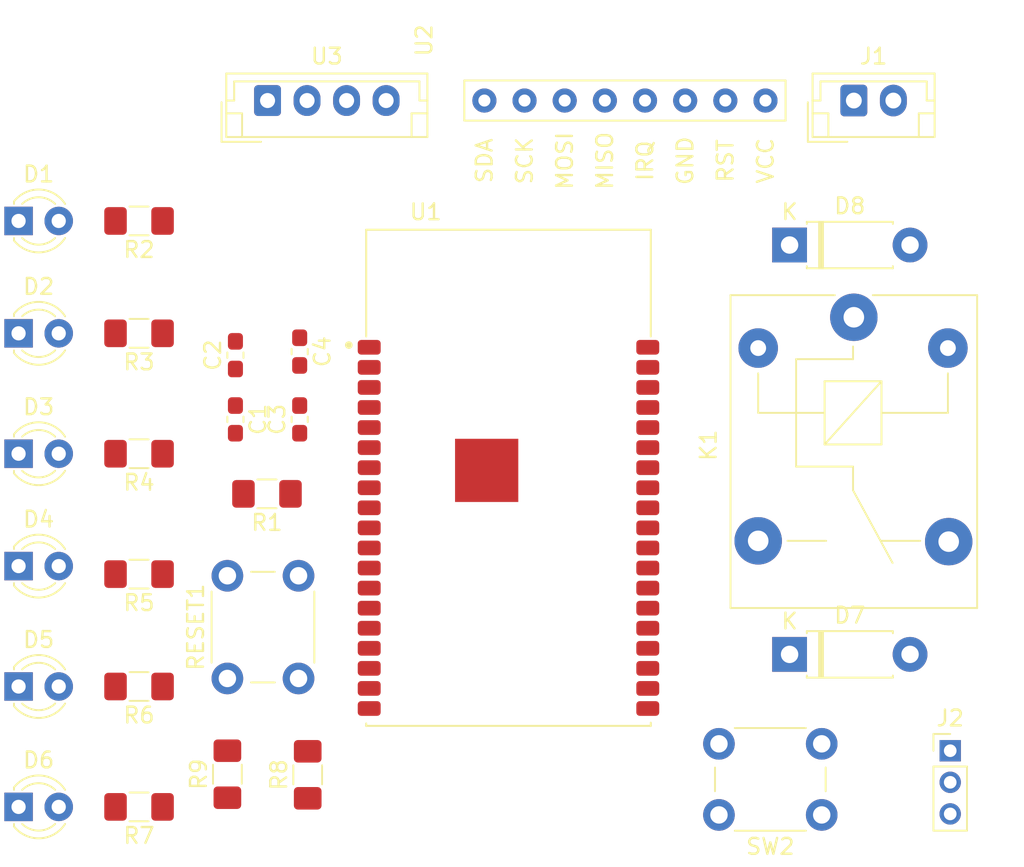
<source format=kicad_pcb>
(kicad_pcb (version 20171130) (host pcbnew 5.1.5+dfsg1-2build2)

  (general
    (thickness 1.6)
    (drawings 0)
    (tracks 0)
    (zones 0)
    (modules 29)
    (nets 48)
  )

  (page A4)
  (layers
    (0 F.Cu signal)
    (31 B.Cu signal)
    (32 B.Adhes user)
    (33 F.Adhes user)
    (34 B.Paste user)
    (35 F.Paste user)
    (36 B.SilkS user)
    (37 F.SilkS user)
    (38 B.Mask user)
    (39 F.Mask user)
    (40 Dwgs.User user)
    (41 Cmts.User user)
    (42 Eco1.User user)
    (43 Eco2.User user)
    (44 Edge.Cuts user)
    (45 Margin user)
    (46 B.CrtYd user)
    (47 F.CrtYd user)
    (48 B.Fab user)
    (49 F.Fab user)
  )

  (setup
    (last_trace_width 0.25)
    (trace_clearance 0.2)
    (zone_clearance 0.508)
    (zone_45_only no)
    (trace_min 0.2)
    (via_size 0.8)
    (via_drill 0.4)
    (via_min_size 0.4)
    (via_min_drill 0.3)
    (uvia_size 0.3)
    (uvia_drill 0.1)
    (uvias_allowed no)
    (uvia_min_size 0.2)
    (uvia_min_drill 0.1)
    (edge_width 0.05)
    (segment_width 0.2)
    (pcb_text_width 0.3)
    (pcb_text_size 1.5 1.5)
    (mod_edge_width 0.12)
    (mod_text_size 1 1)
    (mod_text_width 0.15)
    (pad_size 1.524 1.524)
    (pad_drill 0.762)
    (pad_to_mask_clearance 0.051)
    (solder_mask_min_width 0.25)
    (aux_axis_origin 0 0)
    (visible_elements FFFFFF7F)
    (pcbplotparams
      (layerselection 0x010fc_ffffffff)
      (usegerberextensions false)
      (usegerberattributes false)
      (usegerberadvancedattributes false)
      (creategerberjobfile false)
      (excludeedgelayer true)
      (linewidth 0.100000)
      (plotframeref false)
      (viasonmask false)
      (mode 1)
      (useauxorigin false)
      (hpglpennumber 1)
      (hpglpenspeed 20)
      (hpglpendiameter 15.000000)
      (psnegative false)
      (psa4output false)
      (plotreference true)
      (plotvalue true)
      (plotinvisibletext false)
      (padsonsilk false)
      (subtractmaskfromsilk false)
      (outputformat 1)
      (mirror false)
      (drillshape 1)
      (scaleselection 1)
      (outputdirectory ""))
  )

  (net 0 "")
  (net 1 /AS608/3v3)
  (net 2 GND)
  (net 3 "Net-(C3-Pad2)")
  (net 4 "Net-(D1-Pad2)")
  (net 5 "Net-(D2-Pad2)")
  (net 6 "Net-(D3-Pad2)")
  (net 7 "Net-(D4-Pad2)")
  (net 8 "Net-(D5-Pad2)")
  (net 9 "Net-(D6-Pad2)")
  (net 10 "Net-(D7-Pad1)")
  (net 11 /ESP32/TX1)
  (net 12 /ESP32/RX1)
  (net 13 /Cerradura/CERRADURA)
  (net 14 "Net-(K1-Pad4)")
  (net 15 /Cerradura/12v)
  (net 16 "Net-(R2-Pad1)")
  (net 17 "Net-(R3-Pad1)")
  (net 18 "Net-(R4-Pad1)")
  (net 19 "Net-(R5-Pad1)")
  (net 20 "Net-(R6-Pad1)")
  (net 21 "Net-(R7-Pad1)")
  (net 22 "Net-(R8-Pad1)")
  (net 23 /ESP32/BTRLVL)
  (net 24 /ESP32/BOOT)
  (net 25 /ESP32/MOSI)
  (net 26 "Net-(U1-Pad36)")
  (net 27 "Net-(U1-Pad33)")
  (net 28 "Net-(U1-Pad32)")
  (net 29 /ESP32/MISO)
  (net 30 /ESP32/SCK)
  (net 31 /ESP32/SDA)
  (net 32 "Net-(U1-Pad28)")
  (net 33 "Net-(U1-Pad27)")
  (net 34 /ESP32/RST)
  (net 35 "Net-(U1-Pad23)")
  (net 36 "Net-(U1-Pad22)")
  (net 37 "Net-(U1-Pad21)")
  (net 38 "Net-(U1-Pad20)")
  (net 39 "Net-(U1-Pad19)")
  (net 40 /ESP32/RX)
  (net 41 /AS608/RX)
  (net 42 "Net-(U1-Pad9)")
  (net 43 "Net-(U1-Pad8)")
  (net 44 "Net-(U1-Pad7)")
  (net 45 "Net-(U1-Pad5)")
  (net 46 "Net-(U1-Pad4)")
  (net 47 "Net-(U2-Pad4)")

  (net_class Default "Esta es la clase de red por defecto."
    (clearance 0.2)
    (trace_width 0.25)
    (via_dia 0.8)
    (via_drill 0.4)
    (uvia_dia 0.3)
    (uvia_drill 0.1)
    (add_net /AS608/3v3)
    (add_net /AS608/RX)
    (add_net /Cerradura/12v)
    (add_net /Cerradura/CERRADURA)
    (add_net /ESP32/BOOT)
    (add_net /ESP32/BTRLVL)
    (add_net /ESP32/MISO)
    (add_net /ESP32/MOSI)
    (add_net /ESP32/RST)
    (add_net /ESP32/RX)
    (add_net /ESP32/RX1)
    (add_net /ESP32/SCK)
    (add_net /ESP32/SDA)
    (add_net /ESP32/TX1)
    (add_net GND)
    (add_net "Net-(C3-Pad2)")
    (add_net "Net-(D1-Pad2)")
    (add_net "Net-(D2-Pad2)")
    (add_net "Net-(D3-Pad2)")
    (add_net "Net-(D4-Pad2)")
    (add_net "Net-(D5-Pad2)")
    (add_net "Net-(D6-Pad2)")
    (add_net "Net-(D7-Pad1)")
    (add_net "Net-(K1-Pad4)")
    (add_net "Net-(R2-Pad1)")
    (add_net "Net-(R3-Pad1)")
    (add_net "Net-(R4-Pad1)")
    (add_net "Net-(R5-Pad1)")
    (add_net "Net-(R6-Pad1)")
    (add_net "Net-(R7-Pad1)")
    (add_net "Net-(R8-Pad1)")
    (add_net "Net-(U1-Pad19)")
    (add_net "Net-(U1-Pad20)")
    (add_net "Net-(U1-Pad21)")
    (add_net "Net-(U1-Pad22)")
    (add_net "Net-(U1-Pad23)")
    (add_net "Net-(U1-Pad27)")
    (add_net "Net-(U1-Pad28)")
    (add_net "Net-(U1-Pad32)")
    (add_net "Net-(U1-Pad33)")
    (add_net "Net-(U1-Pad36)")
    (add_net "Net-(U1-Pad4)")
    (add_net "Net-(U1-Pad5)")
    (add_net "Net-(U1-Pad7)")
    (add_net "Net-(U1-Pad8)")
    (add_net "Net-(U1-Pad9)")
    (add_net "Net-(U2-Pad4)")
  )

  (module LED_THT:LED_D3.0mm (layer F.Cu) (tedit 587A3A7B) (tstamp 619FCBA5)
    (at 85.852 50.8)
    (descr "LED, diameter 3.0mm, 2 pins")
    (tags "LED diameter 3.0mm 2 pins")
    (path /618FDA94/61995CBF)
    (fp_text reference D1 (at 1.27 -2.96) (layer F.SilkS)
      (effects (font (size 1 1) (thickness 0.15)))
    )
    (fp_text value LED (at 1.27 2.96) (layer F.Fab)
      (effects (font (size 1 1) (thickness 0.15)))
    )
    (fp_line (start 3.7 -2.25) (end -1.15 -2.25) (layer F.CrtYd) (width 0.05))
    (fp_line (start 3.7 2.25) (end 3.7 -2.25) (layer F.CrtYd) (width 0.05))
    (fp_line (start -1.15 2.25) (end 3.7 2.25) (layer F.CrtYd) (width 0.05))
    (fp_line (start -1.15 -2.25) (end -1.15 2.25) (layer F.CrtYd) (width 0.05))
    (fp_line (start -0.29 1.08) (end -0.29 1.236) (layer F.SilkS) (width 0.12))
    (fp_line (start -0.29 -1.236) (end -0.29 -1.08) (layer F.SilkS) (width 0.12))
    (fp_line (start -0.23 -1.16619) (end -0.23 1.16619) (layer F.Fab) (width 0.1))
    (fp_circle (center 1.27 0) (end 2.77 0) (layer F.Fab) (width 0.1))
    (fp_arc (start 1.27 0) (end 0.229039 1.08) (angle -87.9) (layer F.SilkS) (width 0.12))
    (fp_arc (start 1.27 0) (end 0.229039 -1.08) (angle 87.9) (layer F.SilkS) (width 0.12))
    (fp_arc (start 1.27 0) (end -0.29 1.235516) (angle -108.8) (layer F.SilkS) (width 0.12))
    (fp_arc (start 1.27 0) (end -0.29 -1.235516) (angle 108.8) (layer F.SilkS) (width 0.12))
    (fp_arc (start 1.27 0) (end -0.23 -1.16619) (angle 284.3) (layer F.Fab) (width 0.1))
    (pad 2 thru_hole circle (at 2.54 0) (size 1.8 1.8) (drill 0.9) (layers *.Cu *.Mask)
      (net 4 "Net-(D1-Pad2)"))
    (pad 1 thru_hole rect (at 0 0) (size 1.8 1.8) (drill 0.9) (layers *.Cu *.Mask)
      (net 2 GND))
    (model ${KISYS3DMOD}/LED_THT.3dshapes/LED_D3.0mm.wrl
      (at (xyz 0 0 0))
      (scale (xyz 1 1 1))
      (rotate (xyz 0 0 0))
    )
  )

  (module LED_THT:LED_D3.0mm (layer F.Cu) (tedit 587A3A7B) (tstamp 619FB558)
    (at 85.852 57.912)
    (descr "LED, diameter 3.0mm, 2 pins")
    (tags "LED diameter 3.0mm 2 pins")
    (path /618FDA94/619B0522)
    (fp_text reference D2 (at 1.27 -2.96) (layer F.SilkS)
      (effects (font (size 1 1) (thickness 0.15)))
    )
    (fp_text value LED (at 1.27 2.96) (layer F.Fab)
      (effects (font (size 1 1) (thickness 0.15)))
    )
    (fp_arc (start 1.27 0) (end -0.23 -1.16619) (angle 284.3) (layer F.Fab) (width 0.1))
    (fp_arc (start 1.27 0) (end -0.29 -1.235516) (angle 108.8) (layer F.SilkS) (width 0.12))
    (fp_arc (start 1.27 0) (end -0.29 1.235516) (angle -108.8) (layer F.SilkS) (width 0.12))
    (fp_arc (start 1.27 0) (end 0.229039 -1.08) (angle 87.9) (layer F.SilkS) (width 0.12))
    (fp_arc (start 1.27 0) (end 0.229039 1.08) (angle -87.9) (layer F.SilkS) (width 0.12))
    (fp_circle (center 1.27 0) (end 2.77 0) (layer F.Fab) (width 0.1))
    (fp_line (start -0.23 -1.16619) (end -0.23 1.16619) (layer F.Fab) (width 0.1))
    (fp_line (start -0.29 -1.236) (end -0.29 -1.08) (layer F.SilkS) (width 0.12))
    (fp_line (start -0.29 1.08) (end -0.29 1.236) (layer F.SilkS) (width 0.12))
    (fp_line (start -1.15 -2.25) (end -1.15 2.25) (layer F.CrtYd) (width 0.05))
    (fp_line (start -1.15 2.25) (end 3.7 2.25) (layer F.CrtYd) (width 0.05))
    (fp_line (start 3.7 2.25) (end 3.7 -2.25) (layer F.CrtYd) (width 0.05))
    (fp_line (start 3.7 -2.25) (end -1.15 -2.25) (layer F.CrtYd) (width 0.05))
    (pad 1 thru_hole rect (at 0 0) (size 1.8 1.8) (drill 0.9) (layers *.Cu *.Mask)
      (net 2 GND))
    (pad 2 thru_hole circle (at 2.54 0) (size 1.8 1.8) (drill 0.9) (layers *.Cu *.Mask)
      (net 5 "Net-(D2-Pad2)"))
    (model ${KISYS3DMOD}/LED_THT.3dshapes/LED_D3.0mm.wrl
      (at (xyz 0 0 0))
      (scale (xyz 1 1 1))
      (rotate (xyz 0 0 0))
    )
  )

  (module LED_THT:LED_D3.0mm (layer F.Cu) (tedit 587A3A7B) (tstamp 619FB56B)
    (at 85.852 65.532)
    (descr "LED, diameter 3.0mm, 2 pins")
    (tags "LED diameter 3.0mm 2 pins")
    (path /618FDA94/619B18FE)
    (fp_text reference D3 (at 1.27 -2.96) (layer F.SilkS)
      (effects (font (size 1 1) (thickness 0.15)))
    )
    (fp_text value LED (at 1.27 2.96) (layer F.Fab)
      (effects (font (size 1 1) (thickness 0.15)))
    )
    (fp_arc (start 1.27 0) (end -0.23 -1.16619) (angle 284.3) (layer F.Fab) (width 0.1))
    (fp_arc (start 1.27 0) (end -0.29 -1.235516) (angle 108.8) (layer F.SilkS) (width 0.12))
    (fp_arc (start 1.27 0) (end -0.29 1.235516) (angle -108.8) (layer F.SilkS) (width 0.12))
    (fp_arc (start 1.27 0) (end 0.229039 -1.08) (angle 87.9) (layer F.SilkS) (width 0.12))
    (fp_arc (start 1.27 0) (end 0.229039 1.08) (angle -87.9) (layer F.SilkS) (width 0.12))
    (fp_circle (center 1.27 0) (end 2.77 0) (layer F.Fab) (width 0.1))
    (fp_line (start -0.23 -1.16619) (end -0.23 1.16619) (layer F.Fab) (width 0.1))
    (fp_line (start -0.29 -1.236) (end -0.29 -1.08) (layer F.SilkS) (width 0.12))
    (fp_line (start -0.29 1.08) (end -0.29 1.236) (layer F.SilkS) (width 0.12))
    (fp_line (start -1.15 -2.25) (end -1.15 2.25) (layer F.CrtYd) (width 0.05))
    (fp_line (start -1.15 2.25) (end 3.7 2.25) (layer F.CrtYd) (width 0.05))
    (fp_line (start 3.7 2.25) (end 3.7 -2.25) (layer F.CrtYd) (width 0.05))
    (fp_line (start 3.7 -2.25) (end -1.15 -2.25) (layer F.CrtYd) (width 0.05))
    (pad 1 thru_hole rect (at 0 0) (size 1.8 1.8) (drill 0.9) (layers *.Cu *.Mask)
      (net 2 GND))
    (pad 2 thru_hole circle (at 2.54 0) (size 1.8 1.8) (drill 0.9) (layers *.Cu *.Mask)
      (net 6 "Net-(D3-Pad2)"))
    (model ${KISYS3DMOD}/LED_THT.3dshapes/LED_D3.0mm.wrl
      (at (xyz 0 0 0))
      (scale (xyz 1 1 1))
      (rotate (xyz 0 0 0))
    )
  )

  (module LED_THT:LED_D3.0mm (layer F.Cu) (tedit 587A3A7B) (tstamp 619FB57E)
    (at 85.852 72.644)
    (descr "LED, diameter 3.0mm, 2 pins")
    (tags "LED diameter 3.0mm 2 pins")
    (path /618FDA94/61974CCB)
    (fp_text reference D4 (at 1.27 -2.96) (layer F.SilkS)
      (effects (font (size 1 1) (thickness 0.15)))
    )
    (fp_text value LED (at 1.27 2.96) (layer F.Fab)
      (effects (font (size 1 1) (thickness 0.15)))
    )
    (fp_arc (start 1.27 0) (end -0.23 -1.16619) (angle 284.3) (layer F.Fab) (width 0.1))
    (fp_arc (start 1.27 0) (end -0.29 -1.235516) (angle 108.8) (layer F.SilkS) (width 0.12))
    (fp_arc (start 1.27 0) (end -0.29 1.235516) (angle -108.8) (layer F.SilkS) (width 0.12))
    (fp_arc (start 1.27 0) (end 0.229039 -1.08) (angle 87.9) (layer F.SilkS) (width 0.12))
    (fp_arc (start 1.27 0) (end 0.229039 1.08) (angle -87.9) (layer F.SilkS) (width 0.12))
    (fp_circle (center 1.27 0) (end 2.77 0) (layer F.Fab) (width 0.1))
    (fp_line (start -0.23 -1.16619) (end -0.23 1.16619) (layer F.Fab) (width 0.1))
    (fp_line (start -0.29 -1.236) (end -0.29 -1.08) (layer F.SilkS) (width 0.12))
    (fp_line (start -0.29 1.08) (end -0.29 1.236) (layer F.SilkS) (width 0.12))
    (fp_line (start -1.15 -2.25) (end -1.15 2.25) (layer F.CrtYd) (width 0.05))
    (fp_line (start -1.15 2.25) (end 3.7 2.25) (layer F.CrtYd) (width 0.05))
    (fp_line (start 3.7 2.25) (end 3.7 -2.25) (layer F.CrtYd) (width 0.05))
    (fp_line (start 3.7 -2.25) (end -1.15 -2.25) (layer F.CrtYd) (width 0.05))
    (pad 1 thru_hole rect (at 0 0) (size 1.8 1.8) (drill 0.9) (layers *.Cu *.Mask)
      (net 2 GND))
    (pad 2 thru_hole circle (at 2.54 0) (size 1.8 1.8) (drill 0.9) (layers *.Cu *.Mask)
      (net 7 "Net-(D4-Pad2)"))
    (model ${KISYS3DMOD}/LED_THT.3dshapes/LED_D3.0mm.wrl
      (at (xyz 0 0 0))
      (scale (xyz 1 1 1))
      (rotate (xyz 0 0 0))
    )
  )

  (module LED_THT:LED_D3.0mm (layer F.Cu) (tedit 587A3A7B) (tstamp 619FB591)
    (at 85.852 80.264)
    (descr "LED, diameter 3.0mm, 2 pins")
    (tags "LED diameter 3.0mm 2 pins")
    (path /618FDA94/61974CB7)
    (fp_text reference D5 (at 1.27 -2.96) (layer F.SilkS)
      (effects (font (size 1 1) (thickness 0.15)))
    )
    (fp_text value LED (at 1.27 2.96) (layer F.Fab)
      (effects (font (size 1 1) (thickness 0.15)))
    )
    (fp_line (start 3.7 -2.25) (end -1.15 -2.25) (layer F.CrtYd) (width 0.05))
    (fp_line (start 3.7 2.25) (end 3.7 -2.25) (layer F.CrtYd) (width 0.05))
    (fp_line (start -1.15 2.25) (end 3.7 2.25) (layer F.CrtYd) (width 0.05))
    (fp_line (start -1.15 -2.25) (end -1.15 2.25) (layer F.CrtYd) (width 0.05))
    (fp_line (start -0.29 1.08) (end -0.29 1.236) (layer F.SilkS) (width 0.12))
    (fp_line (start -0.29 -1.236) (end -0.29 -1.08) (layer F.SilkS) (width 0.12))
    (fp_line (start -0.23 -1.16619) (end -0.23 1.16619) (layer F.Fab) (width 0.1))
    (fp_circle (center 1.27 0) (end 2.77 0) (layer F.Fab) (width 0.1))
    (fp_arc (start 1.27 0) (end 0.229039 1.08) (angle -87.9) (layer F.SilkS) (width 0.12))
    (fp_arc (start 1.27 0) (end 0.229039 -1.08) (angle 87.9) (layer F.SilkS) (width 0.12))
    (fp_arc (start 1.27 0) (end -0.29 1.235516) (angle -108.8) (layer F.SilkS) (width 0.12))
    (fp_arc (start 1.27 0) (end -0.29 -1.235516) (angle 108.8) (layer F.SilkS) (width 0.12))
    (fp_arc (start 1.27 0) (end -0.23 -1.16619) (angle 284.3) (layer F.Fab) (width 0.1))
    (pad 2 thru_hole circle (at 2.54 0) (size 1.8 1.8) (drill 0.9) (layers *.Cu *.Mask)
      (net 8 "Net-(D5-Pad2)"))
    (pad 1 thru_hole rect (at 0 0) (size 1.8 1.8) (drill 0.9) (layers *.Cu *.Mask)
      (net 2 GND))
    (model ${KISYS3DMOD}/LED_THT.3dshapes/LED_D3.0mm.wrl
      (at (xyz 0 0 0))
      (scale (xyz 1 1 1))
      (rotate (xyz 0 0 0))
    )
  )

  (module LED_THT:LED_D3.0mm (layer F.Cu) (tedit 587A3A7B) (tstamp 619FB5A4)
    (at 85.852 87.884)
    (descr "LED, diameter 3.0mm, 2 pins")
    (tags "LED diameter 3.0mm 2 pins")
    (path /618FDA94/619A1457)
    (fp_text reference D6 (at 1.27 -2.96) (layer F.SilkS)
      (effects (font (size 1 1) (thickness 0.15)))
    )
    (fp_text value LED (at 1.27 2.96) (layer F.Fab)
      (effects (font (size 1 1) (thickness 0.15)))
    )
    (fp_line (start 3.7 -2.25) (end -1.15 -2.25) (layer F.CrtYd) (width 0.05))
    (fp_line (start 3.7 2.25) (end 3.7 -2.25) (layer F.CrtYd) (width 0.05))
    (fp_line (start -1.15 2.25) (end 3.7 2.25) (layer F.CrtYd) (width 0.05))
    (fp_line (start -1.15 -2.25) (end -1.15 2.25) (layer F.CrtYd) (width 0.05))
    (fp_line (start -0.29 1.08) (end -0.29 1.236) (layer F.SilkS) (width 0.12))
    (fp_line (start -0.29 -1.236) (end -0.29 -1.08) (layer F.SilkS) (width 0.12))
    (fp_line (start -0.23 -1.16619) (end -0.23 1.16619) (layer F.Fab) (width 0.1))
    (fp_circle (center 1.27 0) (end 2.77 0) (layer F.Fab) (width 0.1))
    (fp_arc (start 1.27 0) (end 0.229039 1.08) (angle -87.9) (layer F.SilkS) (width 0.12))
    (fp_arc (start 1.27 0) (end 0.229039 -1.08) (angle 87.9) (layer F.SilkS) (width 0.12))
    (fp_arc (start 1.27 0) (end -0.29 1.235516) (angle -108.8) (layer F.SilkS) (width 0.12))
    (fp_arc (start 1.27 0) (end -0.29 -1.235516) (angle 108.8) (layer F.SilkS) (width 0.12))
    (fp_arc (start 1.27 0) (end -0.23 -1.16619) (angle 284.3) (layer F.Fab) (width 0.1))
    (pad 2 thru_hole circle (at 2.54 0) (size 1.8 1.8) (drill 0.9) (layers *.Cu *.Mask)
      (net 9 "Net-(D6-Pad2)"))
    (pad 1 thru_hole rect (at 0 0) (size 1.8 1.8) (drill 0.9) (layers *.Cu *.Mask)
      (net 2 GND))
    (model ${KISYS3DMOD}/LED_THT.3dshapes/LED_D3.0mm.wrl
      (at (xyz 0 0 0))
      (scale (xyz 1 1 1))
      (rotate (xyz 0 0 0))
    )
  )

  (module Connector_JST:JST_EH_B2B-EH-A_1x02_P2.50mm_Vertical (layer F.Cu) (tedit 5C28142C) (tstamp 619FB5F8)
    (at 138.684 43.18)
    (descr "JST EH series connector, B2B-EH-A (http://www.jst-mfg.com/product/pdf/eng/eEH.pdf), generated with kicad-footprint-generator")
    (tags "connector JST EH vertical")
    (path /618F1BE3/61954441)
    (fp_text reference J1 (at 1.25 -2.8) (layer F.SilkS)
      (effects (font (size 1 1) (thickness 0.15)))
    )
    (fp_text value Conn_01x02 (at 1.25 3.4) (layer F.Fab)
      (effects (font (size 1 1) (thickness 0.15)))
    )
    (fp_line (start -2.5 -1.6) (end -2.5 2.2) (layer F.Fab) (width 0.1))
    (fp_line (start -2.5 2.2) (end 5 2.2) (layer F.Fab) (width 0.1))
    (fp_line (start 5 2.2) (end 5 -1.6) (layer F.Fab) (width 0.1))
    (fp_line (start 5 -1.6) (end -2.5 -1.6) (layer F.Fab) (width 0.1))
    (fp_line (start -3 -2.1) (end -3 2.7) (layer F.CrtYd) (width 0.05))
    (fp_line (start -3 2.7) (end 5.5 2.7) (layer F.CrtYd) (width 0.05))
    (fp_line (start 5.5 2.7) (end 5.5 -2.1) (layer F.CrtYd) (width 0.05))
    (fp_line (start 5.5 -2.1) (end -3 -2.1) (layer F.CrtYd) (width 0.05))
    (fp_line (start -2.61 -1.71) (end -2.61 2.31) (layer F.SilkS) (width 0.12))
    (fp_line (start -2.61 2.31) (end 5.11 2.31) (layer F.SilkS) (width 0.12))
    (fp_line (start 5.11 2.31) (end 5.11 -1.71) (layer F.SilkS) (width 0.12))
    (fp_line (start 5.11 -1.71) (end -2.61 -1.71) (layer F.SilkS) (width 0.12))
    (fp_line (start -2.61 0) (end -2.11 0) (layer F.SilkS) (width 0.12))
    (fp_line (start -2.11 0) (end -2.11 -1.21) (layer F.SilkS) (width 0.12))
    (fp_line (start -2.11 -1.21) (end 4.61 -1.21) (layer F.SilkS) (width 0.12))
    (fp_line (start 4.61 -1.21) (end 4.61 0) (layer F.SilkS) (width 0.12))
    (fp_line (start 4.61 0) (end 5.11 0) (layer F.SilkS) (width 0.12))
    (fp_line (start -2.61 0.81) (end -1.61 0.81) (layer F.SilkS) (width 0.12))
    (fp_line (start -1.61 0.81) (end -1.61 2.31) (layer F.SilkS) (width 0.12))
    (fp_line (start 5.11 0.81) (end 4.11 0.81) (layer F.SilkS) (width 0.12))
    (fp_line (start 4.11 0.81) (end 4.11 2.31) (layer F.SilkS) (width 0.12))
    (fp_line (start -2.91 0.11) (end -2.91 2.61) (layer F.SilkS) (width 0.12))
    (fp_line (start -2.91 2.61) (end -0.41 2.61) (layer F.SilkS) (width 0.12))
    (fp_line (start -2.91 0.11) (end -2.91 2.61) (layer F.Fab) (width 0.1))
    (fp_line (start -2.91 2.61) (end -0.41 2.61) (layer F.Fab) (width 0.1))
    (fp_text user %R (at 1.25 1.5) (layer F.Fab)
      (effects (font (size 1 1) (thickness 0.15)))
    )
    (pad 1 thru_hole roundrect (at 0 0) (size 1.7 2) (drill 1) (layers *.Cu *.Mask) (roundrect_rratio 0.147059)
      (net 10 "Net-(D7-Pad1)"))
    (pad 2 thru_hole oval (at 2.5 0) (size 1.7 2) (drill 1) (layers *.Cu *.Mask)
      (net 2 GND))
    (model ${KISYS3DMOD}/Connector_JST.3dshapes/JST_EH_B2B-EH-A_1x02_P2.50mm_Vertical.wrl
      (at (xyz 0 0 0))
      (scale (xyz 1 1 1))
      (rotate (xyz 0 0 0))
    )
  )

  (module Connector_PinHeader_2.00mm:PinHeader_1x03_P2.00mm_Vertical (layer F.Cu) (tedit 59FED667) (tstamp 619FF84A)
    (at 144.78 84.328)
    (descr "Through hole straight pin header, 1x03, 2.00mm pitch, single row")
    (tags "Through hole pin header THT 1x03 2.00mm single row")
    (path /619D36FF)
    (fp_text reference J2 (at 0 -2.06) (layer F.SilkS)
      (effects (font (size 1 1) (thickness 0.15)))
    )
    (fp_text value Conn_01x03 (at 0 6.06) (layer F.Fab)
      (effects (font (size 1 1) (thickness 0.15)))
    )
    (fp_line (start -0.5 -1) (end 1 -1) (layer F.Fab) (width 0.1))
    (fp_line (start 1 -1) (end 1 5) (layer F.Fab) (width 0.1))
    (fp_line (start 1 5) (end -1 5) (layer F.Fab) (width 0.1))
    (fp_line (start -1 5) (end -1 -0.5) (layer F.Fab) (width 0.1))
    (fp_line (start -1 -0.5) (end -0.5 -1) (layer F.Fab) (width 0.1))
    (fp_line (start -1.06 5.06) (end 1.06 5.06) (layer F.SilkS) (width 0.12))
    (fp_line (start -1.06 1) (end -1.06 5.06) (layer F.SilkS) (width 0.12))
    (fp_line (start 1.06 1) (end 1.06 5.06) (layer F.SilkS) (width 0.12))
    (fp_line (start -1.06 1) (end 1.06 1) (layer F.SilkS) (width 0.12))
    (fp_line (start -1.06 0) (end -1.06 -1.06) (layer F.SilkS) (width 0.12))
    (fp_line (start -1.06 -1.06) (end 0 -1.06) (layer F.SilkS) (width 0.12))
    (fp_line (start -1.5 -1.5) (end -1.5 5.5) (layer F.CrtYd) (width 0.05))
    (fp_line (start -1.5 5.5) (end 1.5 5.5) (layer F.CrtYd) (width 0.05))
    (fp_line (start 1.5 5.5) (end 1.5 -1.5) (layer F.CrtYd) (width 0.05))
    (fp_line (start 1.5 -1.5) (end -1.5 -1.5) (layer F.CrtYd) (width 0.05))
    (fp_text user %R (at 0 2 90) (layer F.Fab)
      (effects (font (size 1 1) (thickness 0.15)))
    )
    (pad 1 thru_hole rect (at 0 0) (size 1.35 1.35) (drill 0.8) (layers *.Cu *.Mask)
      (net 11 /ESP32/TX1))
    (pad 2 thru_hole oval (at 0 2) (size 1.35 1.35) (drill 0.8) (layers *.Cu *.Mask)
      (net 12 /ESP32/RX1))
    (pad 3 thru_hole oval (at 0 4) (size 1.35 1.35) (drill 0.8) (layers *.Cu *.Mask)
      (net 2 GND))
    (model ${KISYS3DMOD}/Connector_PinHeader_2.00mm.3dshapes/PinHeader_1x03_P2.00mm_Vertical.wrl
      (at (xyz 0 0 0))
      (scale (xyz 1 1 1))
      (rotate (xyz 0 0 0))
    )
  )

  (module Relay_THT:Relay_SPDT_SANYOU_SRD_Series_Form_C (layer F.Cu) (tedit 58FA3148) (tstamp 61A002E5)
    (at 138.684 56.896 270)
    (descr "relay Sanyou SRD series Form C http://www.sanyourelay.ca/public/products/pdf/SRD.pdf")
    (tags "relay Sanyu SRD form C")
    (path /618F1BE3/6193C131)
    (fp_text reference K1 (at 8.1 9.2 90) (layer F.SilkS)
      (effects (font (size 1 1) (thickness 0.15)))
    )
    (fp_text value SANYOU_SRD_Form_C (at 8 -9.6 90) (layer F.Fab)
      (effects (font (size 1 1) (thickness 0.15)))
    )
    (fp_line (start -1.4 1.2) (end -1.4 7.8) (layer F.SilkS) (width 0.12))
    (fp_line (start -1.4 -7.8) (end -1.4 -1.2) (layer F.SilkS) (width 0.12))
    (fp_line (start -1.4 -7.8) (end 18.4 -7.8) (layer F.SilkS) (width 0.12))
    (fp_line (start 18.4 -7.8) (end 18.4 7.8) (layer F.SilkS) (width 0.12))
    (fp_line (start 18.4 7.8) (end -1.4 7.8) (layer F.SilkS) (width 0.12))
    (fp_text user 1 (at 0 -2.3 90) (layer F.Fab)
      (effects (font (size 1 1) (thickness 0.15)))
    )
    (fp_line (start -1.3 -7.7) (end 18.3 -7.7) (layer F.Fab) (width 0.12))
    (fp_line (start 18.3 -7.7) (end 18.3 7.7) (layer F.Fab) (width 0.12))
    (fp_line (start 18.3 7.7) (end -1.3 7.7) (layer F.Fab) (width 0.12))
    (fp_line (start -1.3 7.7) (end -1.3 -7.7) (layer F.Fab) (width 0.12))
    (fp_text user %R (at 7.1 0.025 90) (layer F.Fab)
      (effects (font (size 1 1) (thickness 0.15)))
    )
    (fp_line (start 18.55 -7.95) (end -1.55 -7.95) (layer F.CrtYd) (width 0.05))
    (fp_line (start -1.55 7.95) (end -1.55 -7.95) (layer F.CrtYd) (width 0.05))
    (fp_line (start 18.55 -7.95) (end 18.55 7.95) (layer F.CrtYd) (width 0.05))
    (fp_line (start -1.55 7.95) (end 18.55 7.95) (layer F.CrtYd) (width 0.05))
    (fp_line (start 14.15 4.2) (end 14.15 1.75) (layer F.SilkS) (width 0.12))
    (fp_line (start 14.15 -4.2) (end 14.15 -1.7) (layer F.SilkS) (width 0.12))
    (fp_line (start 3.55 6.05) (end 6.05 6.05) (layer F.SilkS) (width 0.12))
    (fp_line (start 2.65 0.05) (end 1.85 0.05) (layer F.SilkS) (width 0.12))
    (fp_line (start 6.05 -5.95) (end 3.55 -5.95) (layer F.SilkS) (width 0.12))
    (fp_line (start 9.45 0.05) (end 10.95 0.05) (layer F.SilkS) (width 0.12))
    (fp_line (start 10.95 0.05) (end 15.55 -2.45) (layer F.SilkS) (width 0.12))
    (fp_line (start 9.45 3.65) (end 2.65 3.65) (layer F.SilkS) (width 0.12))
    (fp_line (start 9.45 0.05) (end 9.45 3.65) (layer F.SilkS) (width 0.12))
    (fp_line (start 2.65 0.05) (end 2.65 3.65) (layer F.SilkS) (width 0.12))
    (fp_line (start 6.05 -5.95) (end 6.05 -1.75) (layer F.SilkS) (width 0.12))
    (fp_line (start 6.05 1.85) (end 6.05 6.05) (layer F.SilkS) (width 0.12))
    (fp_line (start 8.05 1.85) (end 4.05 -1.75) (layer F.SilkS) (width 0.12))
    (fp_line (start 4.05 1.85) (end 4.05 -1.75) (layer F.SilkS) (width 0.12))
    (fp_line (start 4.05 -1.75) (end 8.05 -1.75) (layer F.SilkS) (width 0.12))
    (fp_line (start 8.05 -1.75) (end 8.05 1.85) (layer F.SilkS) (width 0.12))
    (fp_line (start 8.05 1.85) (end 4.05 1.85) (layer F.SilkS) (width 0.12))
    (pad 2 thru_hole circle (at 1.95 6.05) (size 2.5 2.5) (drill 1) (layers *.Cu *.Mask)
      (net 13 /Cerradura/CERRADURA))
    (pad 3 thru_hole circle (at 14.15 6.05) (size 3 3) (drill 1.3) (layers *.Cu *.Mask)
      (net 10 "Net-(D7-Pad1)"))
    (pad 4 thru_hole circle (at 14.2 -6) (size 3 3) (drill 1.3) (layers *.Cu *.Mask)
      (net 14 "Net-(K1-Pad4)"))
    (pad 5 thru_hole circle (at 1.95 -5.95) (size 2.5 2.5) (drill 1) (layers *.Cu *.Mask)
      (net 2 GND))
    (pad 1 thru_hole circle (at 0 0) (size 3 3) (drill 1.3) (layers *.Cu *.Mask)
      (net 15 /Cerradura/12v))
    (model ${KISYS3DMOD}/Relay_THT.3dshapes/Relay_SPDT_SANYOU_SRD_Series_Form_C.wrl
      (at (xyz 0 0 0))
      (scale (xyz 1 1 1))
      (rotate (xyz 0 0 0))
    )
  )

  (module Button_Switch_THT:SW_PUSH_6mm (layer F.Cu) (tedit 5A02FE31) (tstamp 619FFF5A)
    (at 99.06 79.756 90)
    (descr https://www.omron.com/ecb/products/pdf/en-b3f.pdf)
    (tags "tact sw push 6mm")
    (path /618FDA94/61944795)
    (fp_text reference RESET1 (at 3.25 -2 90) (layer F.SilkS)
      (effects (font (size 1 1) (thickness 0.15)))
    )
    (fp_text value SW_Push (at 3.75 6.7 90) (layer F.Fab)
      (effects (font (size 1 1) (thickness 0.15)))
    )
    (fp_text user %R (at 3.25 2.25 90) (layer F.Fab)
      (effects (font (size 1 1) (thickness 0.15)))
    )
    (fp_line (start 3.25 -0.75) (end 6.25 -0.75) (layer F.Fab) (width 0.1))
    (fp_line (start 6.25 -0.75) (end 6.25 5.25) (layer F.Fab) (width 0.1))
    (fp_line (start 6.25 5.25) (end 0.25 5.25) (layer F.Fab) (width 0.1))
    (fp_line (start 0.25 5.25) (end 0.25 -0.75) (layer F.Fab) (width 0.1))
    (fp_line (start 0.25 -0.75) (end 3.25 -0.75) (layer F.Fab) (width 0.1))
    (fp_line (start 7.75 6) (end 8 6) (layer F.CrtYd) (width 0.05))
    (fp_line (start 8 6) (end 8 5.75) (layer F.CrtYd) (width 0.05))
    (fp_line (start 7.75 -1.5) (end 8 -1.5) (layer F.CrtYd) (width 0.05))
    (fp_line (start 8 -1.5) (end 8 -1.25) (layer F.CrtYd) (width 0.05))
    (fp_line (start -1.5 -1.25) (end -1.5 -1.5) (layer F.CrtYd) (width 0.05))
    (fp_line (start -1.5 -1.5) (end -1.25 -1.5) (layer F.CrtYd) (width 0.05))
    (fp_line (start -1.5 5.75) (end -1.5 6) (layer F.CrtYd) (width 0.05))
    (fp_line (start -1.5 6) (end -1.25 6) (layer F.CrtYd) (width 0.05))
    (fp_line (start -1.25 -1.5) (end 7.75 -1.5) (layer F.CrtYd) (width 0.05))
    (fp_line (start -1.5 5.75) (end -1.5 -1.25) (layer F.CrtYd) (width 0.05))
    (fp_line (start 7.75 6) (end -1.25 6) (layer F.CrtYd) (width 0.05))
    (fp_line (start 8 -1.25) (end 8 5.75) (layer F.CrtYd) (width 0.05))
    (fp_line (start 1 5.5) (end 5.5 5.5) (layer F.SilkS) (width 0.12))
    (fp_line (start -0.25 1.5) (end -0.25 3) (layer F.SilkS) (width 0.12))
    (fp_line (start 5.5 -1) (end 1 -1) (layer F.SilkS) (width 0.12))
    (fp_line (start 6.75 3) (end 6.75 1.5) (layer F.SilkS) (width 0.12))
    (fp_circle (center 3.25 2.25) (end 1.25 2.5) (layer F.Fab) (width 0.1))
    (pad 2 thru_hole circle (at 0 4.5 180) (size 2 2) (drill 1.1) (layers *.Cu *.Mask)
      (net 1 /AS608/3v3))
    (pad 1 thru_hole circle (at 0 0 180) (size 2 2) (drill 1.1) (layers *.Cu *.Mask)
      (net 3 "Net-(C3-Pad2)"))
    (pad 2 thru_hole circle (at 6.5 4.5 180) (size 2 2) (drill 1.1) (layers *.Cu *.Mask)
      (net 1 /AS608/3v3))
    (pad 1 thru_hole circle (at 6.5 0 180) (size 2 2) (drill 1.1) (layers *.Cu *.Mask)
      (net 3 "Net-(C3-Pad2)"))
    (model ${KISYS3DMOD}/Button_Switch_THT.3dshapes/SW_PUSH_6mm.wrl
      (at (xyz 0 0 0))
      (scale (xyz 1 1 1))
      (rotate (xyz 0 0 0))
    )
  )

  (module Button_Switch_THT:SW_PUSH_6mm (layer F.Cu) (tedit 5A02FE31) (tstamp 619FB745)
    (at 136.652 88.392 180)
    (descr https://www.omron.com/ecb/products/pdf/en-b3f.pdf)
    (tags "tact sw push 6mm")
    (path /619D2658)
    (fp_text reference SW2 (at 3.25 -2) (layer F.SilkS)
      (effects (font (size 1 1) (thickness 0.15)))
    )
    (fp_text value SW_Push (at 3.75 6.7) (layer F.Fab)
      (effects (font (size 1 1) (thickness 0.15)))
    )
    (fp_circle (center 3.25 2.25) (end 1.25 2.5) (layer F.Fab) (width 0.1))
    (fp_line (start 6.75 3) (end 6.75 1.5) (layer F.SilkS) (width 0.12))
    (fp_line (start 5.5 -1) (end 1 -1) (layer F.SilkS) (width 0.12))
    (fp_line (start -0.25 1.5) (end -0.25 3) (layer F.SilkS) (width 0.12))
    (fp_line (start 1 5.5) (end 5.5 5.5) (layer F.SilkS) (width 0.12))
    (fp_line (start 8 -1.25) (end 8 5.75) (layer F.CrtYd) (width 0.05))
    (fp_line (start 7.75 6) (end -1.25 6) (layer F.CrtYd) (width 0.05))
    (fp_line (start -1.5 5.75) (end -1.5 -1.25) (layer F.CrtYd) (width 0.05))
    (fp_line (start -1.25 -1.5) (end 7.75 -1.5) (layer F.CrtYd) (width 0.05))
    (fp_line (start -1.5 6) (end -1.25 6) (layer F.CrtYd) (width 0.05))
    (fp_line (start -1.5 5.75) (end -1.5 6) (layer F.CrtYd) (width 0.05))
    (fp_line (start -1.5 -1.5) (end -1.25 -1.5) (layer F.CrtYd) (width 0.05))
    (fp_line (start -1.5 -1.25) (end -1.5 -1.5) (layer F.CrtYd) (width 0.05))
    (fp_line (start 8 -1.5) (end 8 -1.25) (layer F.CrtYd) (width 0.05))
    (fp_line (start 7.75 -1.5) (end 8 -1.5) (layer F.CrtYd) (width 0.05))
    (fp_line (start 8 6) (end 8 5.75) (layer F.CrtYd) (width 0.05))
    (fp_line (start 7.75 6) (end 8 6) (layer F.CrtYd) (width 0.05))
    (fp_line (start 0.25 -0.75) (end 3.25 -0.75) (layer F.Fab) (width 0.1))
    (fp_line (start 0.25 5.25) (end 0.25 -0.75) (layer F.Fab) (width 0.1))
    (fp_line (start 6.25 5.25) (end 0.25 5.25) (layer F.Fab) (width 0.1))
    (fp_line (start 6.25 -0.75) (end 6.25 5.25) (layer F.Fab) (width 0.1))
    (fp_line (start 3.25 -0.75) (end 6.25 -0.75) (layer F.Fab) (width 0.1))
    (fp_text user %R (at 3.25 2.25) (layer F.Fab)
      (effects (font (size 1 1) (thickness 0.15)))
    )
    (pad 1 thru_hole circle (at 6.5 0 270) (size 2 2) (drill 1.1) (layers *.Cu *.Mask)
      (net 2 GND))
    (pad 2 thru_hole circle (at 6.5 4.5 270) (size 2 2) (drill 1.1) (layers *.Cu *.Mask)
      (net 24 /ESP32/BOOT))
    (pad 1 thru_hole circle (at 0 0 270) (size 2 2) (drill 1.1) (layers *.Cu *.Mask)
      (net 2 GND))
    (pad 2 thru_hole circle (at 0 4.5 270) (size 2 2) (drill 1.1) (layers *.Cu *.Mask)
      (net 24 /ESP32/BOOT))
    (model ${KISYS3DMOD}/Button_Switch_THT.3dshapes/SW_PUSH_6mm.wrl
      (at (xyz 0 0 0))
      (scale (xyz 1 1 1))
      (rotate (xyz 0 0 0))
    )
  )

  (module ESP32-WROVER-I:XCVR_ESP32-WROVER-I (layer F.Cu) (tedit 618D20F0) (tstamp 619FB783)
    (at 116.84 67.056)
    (path /618FDA94/61919681)
    (fp_text reference U1 (at -5.23668 -16.82262) (layer F.SilkS)
      (effects (font (size 1.002236 1.002236) (thickness 0.15)))
    )
    (fp_text value ESP32-WROVER (at 3.6231 16.75238) (layer F.Fab)
      (effects (font (size 1.002236 1.002236) (thickness 0.15)))
    )
    (fp_poly (pts (xy -9.02874 -15.7) (xy 9 -15.7) (xy 9 -9.32969) (xy -9.02874 -9.32969)) (layer Dwgs.User) (width 0.01))
    (fp_poly (pts (xy -9.03039 -15.7) (xy 9 -15.7) (xy 9 -9.3314) (xy -9.03039 -9.3314)) (layer Dwgs.User) (width 0.01))
    (fp_poly (pts (xy -9.02296 -15.7) (xy 9 -15.7) (xy 9 -9.32372) (xy -9.02296 -9.32372)) (layer Dwgs.User) (width 0.01))
    (fp_poly (pts (xy -2.64847 -1.735) (xy -0.115 -1.735) (xy -0.115 0.796044) (xy -2.64847 0.796044)) (layer F.Paste) (width 0.01))
    (fp_line (start -9.8 15.95) (end -9.8 -15.95) (layer F.CrtYd) (width 0.05))
    (fp_line (start 9.8 15.95) (end -9.8 15.95) (layer F.CrtYd) (width 0.05))
    (fp_line (start 9.8 -15.95) (end 9.8 15.95) (layer F.CrtYd) (width 0.05))
    (fp_line (start -9.8 -15.95) (end 9.8 -15.95) (layer F.CrtYd) (width 0.05))
    (fp_circle (center -10.1 -8.4) (end -9.98 -8.4) (layer F.SilkS) (width 0.24))
    (fp_line (start -9 15.55) (end -9 15.7) (layer F.SilkS) (width 0.127))
    (fp_line (start 9 15.7) (end 9 15.5) (layer F.SilkS) (width 0.127))
    (fp_line (start -9 15.7) (end 9 15.7) (layer F.SilkS) (width 0.127))
    (fp_line (start 9 -15.7) (end 9 -8.95) (layer F.SilkS) (width 0.127))
    (fp_line (start -9 -15.7) (end 9 -15.7) (layer F.SilkS) (width 0.127))
    (fp_line (start -9 -8.95) (end -9 -15.7) (layer F.SilkS) (width 0.127))
    (fp_line (start -9 15.7) (end -9 -15.7) (layer F.Fab) (width 0.127))
    (fp_line (start 9 15.7) (end -9 15.7) (layer F.Fab) (width 0.127))
    (fp_line (start 9 -15.7) (end 9 15.7) (layer F.Fab) (width 0.127))
    (fp_line (start -9 -15.7) (end 9 -15.7) (layer F.Fab) (width 0.127))
    (pad 39 smd rect (at -1.38 -0.47) (size 4 4) (layers F.Cu F.Mask)
      (net 2 GND))
    (pad 38 smd roundrect (at 8.81 -8.26) (size 1.45 0.93) (layers F.Cu F.Paste F.Mask) (roundrect_rratio 0.23)
      (net 2 GND))
    (pad 37 smd roundrect (at 8.81 -6.99) (size 1.45 0.93) (layers F.Cu F.Paste F.Mask) (roundrect_rratio 0.23)
      (net 25 /ESP32/MOSI))
    (pad 36 smd roundrect (at 8.81 -5.72) (size 1.45 0.93) (layers F.Cu F.Paste F.Mask) (roundrect_rratio 0.23)
      (net 26 "Net-(U1-Pad36)"))
    (pad 35 smd roundrect (at 8.81 -4.45) (size 1.45 0.93) (layers F.Cu F.Paste F.Mask) (roundrect_rratio 0.23)
      (net 11 /ESP32/TX1))
    (pad 34 smd roundrect (at 8.81 -3.18) (size 1.45 0.93) (layers F.Cu F.Paste F.Mask) (roundrect_rratio 0.23)
      (net 12 /ESP32/RX1))
    (pad 33 smd roundrect (at 8.81 -1.91) (size 1.45 0.93) (layers F.Cu F.Paste F.Mask) (roundrect_rratio 0.23)
      (net 27 "Net-(U1-Pad33)"))
    (pad 32 smd roundrect (at 8.81 -0.64) (size 1.45 0.93) (layers F.Cu F.Paste F.Mask) (roundrect_rratio 0.23)
      (net 28 "Net-(U1-Pad32)"))
    (pad 31 smd roundrect (at 8.81 0.63) (size 1.45 0.93) (layers F.Cu F.Paste F.Mask) (roundrect_rratio 0.23)
      (net 29 /ESP32/MISO))
    (pad 30 smd roundrect (at 8.81 1.9) (size 1.45 0.93) (layers F.Cu F.Paste F.Mask) (roundrect_rratio 0.23)
      (net 30 /ESP32/SCK))
    (pad 29 smd roundrect (at 8.81 3.17) (size 1.45 0.93) (layers F.Cu F.Paste F.Mask) (roundrect_rratio 0.23)
      (net 31 /ESP32/SDA))
    (pad 28 smd roundrect (at 8.81 4.44) (size 1.45 0.93) (layers F.Cu F.Paste F.Mask) (roundrect_rratio 0.23)
      (net 32 "Net-(U1-Pad28)"))
    (pad 27 smd roundrect (at 8.81 5.71) (size 1.45 0.93) (layers F.Cu F.Paste F.Mask) (roundrect_rratio 0.23)
      (net 33 "Net-(U1-Pad27)"))
    (pad 26 smd roundrect (at 8.81 6.98) (size 1.45 0.93) (layers F.Cu F.Paste F.Mask) (roundrect_rratio 0.23)
      (net 34 /ESP32/RST))
    (pad 25 smd roundrect (at 8.81 8.25) (size 1.45 0.93) (layers F.Cu F.Paste F.Mask) (roundrect_rratio 0.23)
      (net 24 /ESP32/BOOT))
    (pad 24 smd roundrect (at 8.81 9.52) (size 1.45 0.93) (layers F.Cu F.Paste F.Mask) (roundrect_rratio 0.23)
      (net 13 /Cerradura/CERRADURA))
    (pad 23 smd roundrect (at 8.81 10.79) (size 1.45 0.93) (layers F.Cu F.Paste F.Mask) (roundrect_rratio 0.23)
      (net 35 "Net-(U1-Pad23)"))
    (pad 22 smd roundrect (at 8.81 12.06) (size 1.45 0.93) (layers F.Cu F.Paste F.Mask) (roundrect_rratio 0.23)
      (net 36 "Net-(U1-Pad22)"))
    (pad 21 smd roundrect (at 8.81 13.33) (size 1.45 0.93) (layers F.Cu F.Paste F.Mask) (roundrect_rratio 0.23)
      (net 37 "Net-(U1-Pad21)"))
    (pad 20 smd roundrect (at 8.81 14.6) (size 1.45 0.93) (layers F.Cu F.Paste F.Mask) (roundrect_rratio 0.23)
      (net 38 "Net-(U1-Pad20)"))
    (pad 19 smd roundrect (at -8.81 14.6) (size 1.45 0.93) (layers F.Cu F.Paste F.Mask) (roundrect_rratio 0.23)
      (net 39 "Net-(U1-Pad19)"))
    (pad 18 smd roundrect (at -8.81 13.33) (size 1.45 0.93) (layers F.Cu F.Paste F.Mask) (roundrect_rratio 0.23)
      (net 40 /ESP32/RX))
    (pad 17 smd roundrect (at -8.81 12.06) (size 1.45 0.93) (layers F.Cu F.Paste F.Mask) (roundrect_rratio 0.23)
      (net 41 /AS608/RX))
    (pad 16 smd roundrect (at -8.81 10.79) (size 1.45 0.93) (layers F.Cu F.Paste F.Mask) (roundrect_rratio 0.23)
      (net 21 "Net-(R7-Pad1)"))
    (pad 15 smd roundrect (at -8.81 9.52) (size 1.45 0.93) (layers F.Cu F.Paste F.Mask) (roundrect_rratio 0.23)
      (net 2 GND))
    (pad 14 smd roundrect (at -8.81 8.25) (size 1.45 0.93) (layers F.Cu F.Paste F.Mask) (roundrect_rratio 0.23)
      (net 20 "Net-(R6-Pad1)"))
    (pad 13 smd roundrect (at -8.81 6.98) (size 1.45 0.93) (layers F.Cu F.Paste F.Mask) (roundrect_rratio 0.23)
      (net 19 "Net-(R5-Pad1)"))
    (pad 12 smd roundrect (at -8.81 5.71) (size 1.45 0.93) (layers F.Cu F.Paste F.Mask) (roundrect_rratio 0.23)
      (net 16 "Net-(R2-Pad1)"))
    (pad 11 smd roundrect (at -8.81 4.44) (size 1.45 0.93) (layers F.Cu F.Paste F.Mask) (roundrect_rratio 0.23)
      (net 17 "Net-(R3-Pad1)"))
    (pad 10 smd roundrect (at -8.81 3.17) (size 1.45 0.93) (layers F.Cu F.Paste F.Mask) (roundrect_rratio 0.23)
      (net 18 "Net-(R4-Pad1)"))
    (pad 9 smd roundrect (at -8.81 1.9) (size 1.45 0.93) (layers F.Cu F.Paste F.Mask) (roundrect_rratio 0.23)
      (net 42 "Net-(U1-Pad9)"))
    (pad 8 smd roundrect (at -8.81 0.63) (size 1.45 0.93) (layers F.Cu F.Paste F.Mask) (roundrect_rratio 0.23)
      (net 43 "Net-(U1-Pad8)"))
    (pad 7 smd roundrect (at -8.81 -0.64) (size 1.45 0.93) (layers F.Cu F.Paste F.Mask) (roundrect_rratio 0.23)
      (net 44 "Net-(U1-Pad7)"))
    (pad 6 smd roundrect (at -8.81 -1.91) (size 1.45 0.93) (layers F.Cu F.Paste F.Mask) (roundrect_rratio 0.23)
      (net 23 /ESP32/BTRLVL))
    (pad 5 smd roundrect (at -8.81 -3.18) (size 1.45 0.93) (layers F.Cu F.Paste F.Mask) (roundrect_rratio 0.23)
      (net 45 "Net-(U1-Pad5)"))
    (pad 4 smd roundrect (at -8.81 -4.45) (size 1.45 0.93) (layers F.Cu F.Paste F.Mask) (roundrect_rratio 0.23)
      (net 46 "Net-(U1-Pad4)"))
    (pad 3 smd roundrect (at -8.81 -5.72) (size 1.45 0.93) (layers F.Cu F.Paste F.Mask) (roundrect_rratio 0.23)
      (net 3 "Net-(C3-Pad2)"))
    (pad 2 smd roundrect (at -8.81 -6.99) (size 1.45 0.93) (layers F.Cu F.Paste F.Mask) (roundrect_rratio 0.23)
      (net 1 /AS608/3v3))
    (pad 1 smd roundrect (at -8.81 -8.26) (size 1.45 0.93) (layers F.Cu F.Paste F.Mask) (roundrect_rratio 0.23)
      (net 2 GND))
  )

  (module ESP32-WROVER-I:RC522 (layer F.Cu) (tedit 618D20E0) (tstamp 619FB79B)
    (at 133.096 43.18 90)
    (path /618EA935/618EAA58)
    (fp_text reference U2 (at 3.81 -21.59 90) (layer F.SilkS)
      (effects (font (size 1 1) (thickness 0.15)))
    )
    (fp_text value RC522 (at 3.81 -19.05 90) (layer F.Fab)
      (effects (font (size 1 1) (thickness 0.15)))
    )
    (fp_line (start -1.27 -19.05) (end 1.27 -19.05) (layer F.SilkS) (width 0.12))
    (fp_line (start 1.27 -19.05) (end 1.27 1.27) (layer F.SilkS) (width 0.12))
    (fp_line (start 1.27 1.27) (end -1.27 1.27) (layer F.SilkS) (width 0.12))
    (fp_line (start -1.27 1.27) (end -1.27 -19.05) (layer F.SilkS) (width 0.12))
    (fp_text user SDA (at -3.81 -17.78 90) (layer F.SilkS)
      (effects (font (size 1 1) (thickness 0.15)))
    )
    (fp_text user SCK (at -3.81 -15.24 90) (layer F.SilkS)
      (effects (font (size 1 1) (thickness 0.15)))
    )
    (fp_text user MOSI (at -3.81 -12.7 90) (layer F.SilkS)
      (effects (font (size 1 1) (thickness 0.15)))
    )
    (fp_text user MISO (at -3.81 -10.16 90) (layer F.SilkS)
      (effects (font (size 1 1) (thickness 0.15)))
    )
    (fp_text user IRQ (at -3.81 -7.62 90) (layer F.SilkS)
      (effects (font (size 1 1) (thickness 0.15)))
    )
    (fp_text user GND (at -3.81 -5.08 90) (layer F.SilkS)
      (effects (font (size 1 1) (thickness 0.15)))
    )
    (fp_text user RST (at -3.81 -2.54 90) (layer F.SilkS)
      (effects (font (size 1 1) (thickness 0.15)))
    )
    (fp_text user VCC (at -3.81 0 90) (layer F.SilkS)
      (effects (font (size 1 1) (thickness 0.15)))
    )
    (pad 1 thru_hole circle (at 0 0 90) (size 1.524 1.524) (drill 0.762) (layers *.Cu *.Mask)
      (net 1 /AS608/3v3))
    (pad 2 thru_hole circle (at 0 -2.54 90) (size 1.524 1.524) (drill 0.762) (layers *.Cu *.Mask)
      (net 34 /ESP32/RST))
    (pad 3 thru_hole circle (at 0 -5.08 90) (size 1.524 1.524) (drill 0.762) (layers *.Cu *.Mask)
      (net 2 GND))
    (pad 4 thru_hole circle (at 0 -7.62 90) (size 1.524 1.524) (drill 0.762) (layers *.Cu *.Mask)
      (net 47 "Net-(U2-Pad4)"))
    (pad 5 thru_hole circle (at 0 -10.16 90) (size 1.524 1.524) (drill 0.762) (layers *.Cu *.Mask)
      (net 29 /ESP32/MISO))
    (pad 6 thru_hole circle (at 0 -12.7 90) (size 1.524 1.524) (drill 0.762) (layers *.Cu *.Mask)
      (net 25 /ESP32/MOSI))
    (pad 7 thru_hole circle (at 0 -15.24 90) (size 1.524 1.524) (drill 0.762) (layers *.Cu *.Mask)
      (net 30 /ESP32/SCK))
    (pad 8 thru_hole circle (at 0 -17.78 90) (size 1.524 1.524) (drill 0.762) (layers *.Cu *.Mask)
      (net 31 /ESP32/SDA))
  )

  (module Connector_JST:JST_EH_B4B-EH-A_1x04_P2.50mm_Vertical (layer F.Cu) (tedit 5C28142C) (tstamp 619FB7BD)
    (at 101.6 43.18)
    (descr "JST EH series connector, B4B-EH-A (http://www.jst-mfg.com/product/pdf/eng/eEH.pdf), generated with kicad-footprint-generator")
    (tags "connector JST EH vertical")
    (path /618F1B77/61955EC3)
    (fp_text reference U3 (at 3.75 -2.8) (layer F.SilkS)
      (effects (font (size 1 1) (thickness 0.15)))
    )
    (fp_text value AS608 (at 3.75 3.4) (layer F.Fab)
      (effects (font (size 1 1) (thickness 0.15)))
    )
    (fp_line (start -2.5 -1.6) (end -2.5 2.2) (layer F.Fab) (width 0.1))
    (fp_line (start -2.5 2.2) (end 10 2.2) (layer F.Fab) (width 0.1))
    (fp_line (start 10 2.2) (end 10 -1.6) (layer F.Fab) (width 0.1))
    (fp_line (start 10 -1.6) (end -2.5 -1.6) (layer F.Fab) (width 0.1))
    (fp_line (start -3 -2.1) (end -3 2.7) (layer F.CrtYd) (width 0.05))
    (fp_line (start -3 2.7) (end 10.5 2.7) (layer F.CrtYd) (width 0.05))
    (fp_line (start 10.5 2.7) (end 10.5 -2.1) (layer F.CrtYd) (width 0.05))
    (fp_line (start 10.5 -2.1) (end -3 -2.1) (layer F.CrtYd) (width 0.05))
    (fp_line (start -2.61 -1.71) (end -2.61 2.31) (layer F.SilkS) (width 0.12))
    (fp_line (start -2.61 2.31) (end 10.11 2.31) (layer F.SilkS) (width 0.12))
    (fp_line (start 10.11 2.31) (end 10.11 -1.71) (layer F.SilkS) (width 0.12))
    (fp_line (start 10.11 -1.71) (end -2.61 -1.71) (layer F.SilkS) (width 0.12))
    (fp_line (start -2.61 0) (end -2.11 0) (layer F.SilkS) (width 0.12))
    (fp_line (start -2.11 0) (end -2.11 -1.21) (layer F.SilkS) (width 0.12))
    (fp_line (start -2.11 -1.21) (end 9.61 -1.21) (layer F.SilkS) (width 0.12))
    (fp_line (start 9.61 -1.21) (end 9.61 0) (layer F.SilkS) (width 0.12))
    (fp_line (start 9.61 0) (end 10.11 0) (layer F.SilkS) (width 0.12))
    (fp_line (start -2.61 0.81) (end -1.61 0.81) (layer F.SilkS) (width 0.12))
    (fp_line (start -1.61 0.81) (end -1.61 2.31) (layer F.SilkS) (width 0.12))
    (fp_line (start 10.11 0.81) (end 9.11 0.81) (layer F.SilkS) (width 0.12))
    (fp_line (start 9.11 0.81) (end 9.11 2.31) (layer F.SilkS) (width 0.12))
    (fp_line (start -2.91 0.11) (end -2.91 2.61) (layer F.SilkS) (width 0.12))
    (fp_line (start -2.91 2.61) (end -0.41 2.61) (layer F.SilkS) (width 0.12))
    (fp_line (start -2.91 0.11) (end -2.91 2.61) (layer F.Fab) (width 0.1))
    (fp_line (start -2.91 2.61) (end -0.41 2.61) (layer F.Fab) (width 0.1))
    (fp_text user %R (at 3.75 1.5) (layer F.Fab)
      (effects (font (size 1 1) (thickness 0.15)))
    )
    (pad 1 thru_hole roundrect (at 0 0) (size 1.7 1.95) (drill 0.95) (layers *.Cu *.Mask) (roundrect_rratio 0.147059)
      (net 1 /AS608/3v3))
    (pad 2 thru_hole oval (at 2.5 0) (size 1.7 1.95) (drill 0.95) (layers *.Cu *.Mask)
      (net 40 /ESP32/RX))
    (pad 3 thru_hole oval (at 5 0) (size 1.7 1.95) (drill 0.95) (layers *.Cu *.Mask)
      (net 41 /AS608/RX))
    (pad 4 thru_hole oval (at 7.5 0) (size 1.7 1.95) (drill 0.95) (layers *.Cu *.Mask)
      (net 2 GND))
    (model ${KISYS3DMOD}/Connector_JST.3dshapes/JST_EH_B4B-EH-A_1x04_P2.50mm_Vertical.wrl
      (at (xyz 0 0 0))
      (scale (xyz 1 1 1))
      (rotate (xyz 0 0 0))
    )
  )

  (module Capacitor_SMD:C_0603_1608Metric_Pad1.05x0.95mm_HandSolder (layer F.Cu) (tedit 5B301BBE) (tstamp 61A00F75)
    (at 103.632 59.069 270)
    (descr "Capacitor SMD 0603 (1608 Metric), square (rectangular) end terminal, IPC_7351 nominal with elongated pad for handsoldering. (Body size source: http://www.tortai-tech.com/upload/download/2011102023233369053.pdf), generated with kicad-footprint-generator")
    (tags "capacitor handsolder")
    (path /618FDA94/61A1FE01)
    (attr smd)
    (fp_text reference C4 (at 0 -1.43 90) (layer F.SilkS)
      (effects (font (size 1 1) (thickness 0.15)))
    )
    (fp_text value C (at 0 1.43 90) (layer F.Fab)
      (effects (font (size 1 1) (thickness 0.15)))
    )
    (fp_line (start -0.8 0.4) (end -0.8 -0.4) (layer F.Fab) (width 0.1))
    (fp_line (start -0.8 -0.4) (end 0.8 -0.4) (layer F.Fab) (width 0.1))
    (fp_line (start 0.8 -0.4) (end 0.8 0.4) (layer F.Fab) (width 0.1))
    (fp_line (start 0.8 0.4) (end -0.8 0.4) (layer F.Fab) (width 0.1))
    (fp_line (start -0.171267 -0.51) (end 0.171267 -0.51) (layer F.SilkS) (width 0.12))
    (fp_line (start -0.171267 0.51) (end 0.171267 0.51) (layer F.SilkS) (width 0.12))
    (fp_line (start -1.65 0.73) (end -1.65 -0.73) (layer F.CrtYd) (width 0.05))
    (fp_line (start -1.65 -0.73) (end 1.65 -0.73) (layer F.CrtYd) (width 0.05))
    (fp_line (start 1.65 -0.73) (end 1.65 0.73) (layer F.CrtYd) (width 0.05))
    (fp_line (start 1.65 0.73) (end -1.65 0.73) (layer F.CrtYd) (width 0.05))
    (fp_text user %R (at 0 0 90) (layer F.Fab)
      (effects (font (size 0.4 0.4) (thickness 0.06)))
    )
    (pad 1 smd roundrect (at -0.875 0 270) (size 1.05 0.95) (layers F.Cu F.Paste F.Mask) (roundrect_rratio 0.25)
      (net 2 GND))
    (pad 2 smd roundrect (at 0.875 0 270) (size 1.05 0.95) (layers F.Cu F.Paste F.Mask) (roundrect_rratio 0.25)
      (net 1 /AS608/3v3))
    (model ${KISYS3DMOD}/Capacitor_SMD.3dshapes/C_0603_1608Metric.wrl
      (at (xyz 0 0 0))
      (scale (xyz 1 1 1))
      (rotate (xyz 0 0 0))
    )
  )

  (module Capacitor_SMD:C_0603_1608Metric_Pad1.05x0.95mm_HandSolder (layer F.Cu) (tedit 5B301BBE) (tstamp 619FF3F5)
    (at 99.568 63.359 270)
    (descr "Capacitor SMD 0603 (1608 Metric), square (rectangular) end terminal, IPC_7351 nominal with elongated pad for handsoldering. (Body size source: http://www.tortai-tech.com/upload/download/2011102023233369053.pdf), generated with kicad-footprint-generator")
    (tags "capacitor handsolder")
    (path /618FDA94/619447AC)
    (attr smd)
    (fp_text reference C1 (at 0 -1.43 90) (layer F.SilkS)
      (effects (font (size 1 1) (thickness 0.15)))
    )
    (fp_text value "0.1 uF" (at 0 1.43 90) (layer F.Fab)
      (effects (font (size 1 1) (thickness 0.15)))
    )
    (fp_line (start -0.8 0.4) (end -0.8 -0.4) (layer F.Fab) (width 0.1))
    (fp_line (start -0.8 -0.4) (end 0.8 -0.4) (layer F.Fab) (width 0.1))
    (fp_line (start 0.8 -0.4) (end 0.8 0.4) (layer F.Fab) (width 0.1))
    (fp_line (start 0.8 0.4) (end -0.8 0.4) (layer F.Fab) (width 0.1))
    (fp_line (start -0.171267 -0.51) (end 0.171267 -0.51) (layer F.SilkS) (width 0.12))
    (fp_line (start -0.171267 0.51) (end 0.171267 0.51) (layer F.SilkS) (width 0.12))
    (fp_line (start -1.65 0.73) (end -1.65 -0.73) (layer F.CrtYd) (width 0.05))
    (fp_line (start -1.65 -0.73) (end 1.65 -0.73) (layer F.CrtYd) (width 0.05))
    (fp_line (start 1.65 -0.73) (end 1.65 0.73) (layer F.CrtYd) (width 0.05))
    (fp_line (start 1.65 0.73) (end -1.65 0.73) (layer F.CrtYd) (width 0.05))
    (fp_text user %R (at 0 0 90) (layer F.Fab)
      (effects (font (size 0.4 0.4) (thickness 0.06)))
    )
    (pad 1 smd roundrect (at -0.875 0 270) (size 1.05 0.95) (layers F.Cu F.Paste F.Mask) (roundrect_rratio 0.25)
      (net 1 /AS608/3v3))
    (pad 2 smd roundrect (at 0.875 0 270) (size 1.05 0.95) (layers F.Cu F.Paste F.Mask) (roundrect_rratio 0.25)
      (net 2 GND))
    (model ${KISYS3DMOD}/Capacitor_SMD.3dshapes/C_0603_1608Metric.wrl
      (at (xyz 0 0 0))
      (scale (xyz 1 1 1))
      (rotate (xyz 0 0 0))
    )
  )

  (module Capacitor_SMD:C_0603_1608Metric_Pad1.05x0.95mm_HandSolder (layer F.Cu) (tedit 5B301BBE) (tstamp 619FF405)
    (at 99.568 59.295 90)
    (descr "Capacitor SMD 0603 (1608 Metric), square (rectangular) end terminal, IPC_7351 nominal with elongated pad for handsoldering. (Body size source: http://www.tortai-tech.com/upload/download/2011102023233369053.pdf), generated with kicad-footprint-generator")
    (tags "capacitor handsolder")
    (path /618FDA94/619447B2)
    (attr smd)
    (fp_text reference C2 (at 0 -1.43 90) (layer F.SilkS)
      (effects (font (size 1 1) (thickness 0.15)))
    )
    (fp_text value "10 uF" (at 0 1.43 90) (layer F.Fab)
      (effects (font (size 1 1) (thickness 0.15)))
    )
    (fp_text user %R (at 0 0 90) (layer F.Fab)
      (effects (font (size 0.4 0.4) (thickness 0.06)))
    )
    (fp_line (start 1.65 0.73) (end -1.65 0.73) (layer F.CrtYd) (width 0.05))
    (fp_line (start 1.65 -0.73) (end 1.65 0.73) (layer F.CrtYd) (width 0.05))
    (fp_line (start -1.65 -0.73) (end 1.65 -0.73) (layer F.CrtYd) (width 0.05))
    (fp_line (start -1.65 0.73) (end -1.65 -0.73) (layer F.CrtYd) (width 0.05))
    (fp_line (start -0.171267 0.51) (end 0.171267 0.51) (layer F.SilkS) (width 0.12))
    (fp_line (start -0.171267 -0.51) (end 0.171267 -0.51) (layer F.SilkS) (width 0.12))
    (fp_line (start 0.8 0.4) (end -0.8 0.4) (layer F.Fab) (width 0.1))
    (fp_line (start 0.8 -0.4) (end 0.8 0.4) (layer F.Fab) (width 0.1))
    (fp_line (start -0.8 -0.4) (end 0.8 -0.4) (layer F.Fab) (width 0.1))
    (fp_line (start -0.8 0.4) (end -0.8 -0.4) (layer F.Fab) (width 0.1))
    (pad 2 smd roundrect (at 0.875 0 90) (size 1.05 0.95) (layers F.Cu F.Paste F.Mask) (roundrect_rratio 0.25)
      (net 2 GND))
    (pad 1 smd roundrect (at -0.875 0 90) (size 1.05 0.95) (layers F.Cu F.Paste F.Mask) (roundrect_rratio 0.25)
      (net 1 /AS608/3v3))
    (model ${KISYS3DMOD}/Capacitor_SMD.3dshapes/C_0603_1608Metric.wrl
      (at (xyz 0 0 0))
      (scale (xyz 1 1 1))
      (rotate (xyz 0 0 0))
    )
  )

  (module Capacitor_SMD:C_0603_1608Metric_Pad1.05x0.95mm_HandSolder (layer F.Cu) (tedit 5B301BBE) (tstamp 619FF415)
    (at 103.632 63.359 90)
    (descr "Capacitor SMD 0603 (1608 Metric), square (rectangular) end terminal, IPC_7351 nominal with elongated pad for handsoldering. (Body size source: http://www.tortai-tech.com/upload/download/2011102023233369053.pdf), generated with kicad-footprint-generator")
    (tags "capacitor handsolder")
    (path /618FDA94/619447C9)
    (attr smd)
    (fp_text reference C3 (at 0 -1.43 90) (layer F.SilkS)
      (effects (font (size 1 1) (thickness 0.15)))
    )
    (fp_text value "0.3 uF" (at 0 1.43 90) (layer F.Fab)
      (effects (font (size 1 1) (thickness 0.15)))
    )
    (fp_line (start -0.8 0.4) (end -0.8 -0.4) (layer F.Fab) (width 0.1))
    (fp_line (start -0.8 -0.4) (end 0.8 -0.4) (layer F.Fab) (width 0.1))
    (fp_line (start 0.8 -0.4) (end 0.8 0.4) (layer F.Fab) (width 0.1))
    (fp_line (start 0.8 0.4) (end -0.8 0.4) (layer F.Fab) (width 0.1))
    (fp_line (start -0.171267 -0.51) (end 0.171267 -0.51) (layer F.SilkS) (width 0.12))
    (fp_line (start -0.171267 0.51) (end 0.171267 0.51) (layer F.SilkS) (width 0.12))
    (fp_line (start -1.65 0.73) (end -1.65 -0.73) (layer F.CrtYd) (width 0.05))
    (fp_line (start -1.65 -0.73) (end 1.65 -0.73) (layer F.CrtYd) (width 0.05))
    (fp_line (start 1.65 -0.73) (end 1.65 0.73) (layer F.CrtYd) (width 0.05))
    (fp_line (start 1.65 0.73) (end -1.65 0.73) (layer F.CrtYd) (width 0.05))
    (fp_text user %R (at 0 0 90) (layer F.Fab)
      (effects (font (size 0.4 0.4) (thickness 0.06)))
    )
    (pad 1 smd roundrect (at -0.875 0 90) (size 1.05 0.95) (layers F.Cu F.Paste F.Mask) (roundrect_rratio 0.25)
      (net 1 /AS608/3v3))
    (pad 2 smd roundrect (at 0.875 0 90) (size 1.05 0.95) (layers F.Cu F.Paste F.Mask) (roundrect_rratio 0.25)
      (net 3 "Net-(C3-Pad2)"))
    (model ${KISYS3DMOD}/Capacitor_SMD.3dshapes/C_0603_1608Metric.wrl
      (at (xyz 0 0 0))
      (scale (xyz 1 1 1))
      (rotate (xyz 0 0 0))
    )
  )

  (module Resistor_SMD:R_1206_3216Metric_Pad1.42x1.75mm_HandSolder (layer F.Cu) (tedit 5B301BBD) (tstamp 619FF425)
    (at 101.5635 68.072 180)
    (descr "Resistor SMD 1206 (3216 Metric), square (rectangular) end terminal, IPC_7351 nominal with elongated pad for handsoldering. (Body size source: http://www.tortai-tech.com/upload/download/2011102023233369053.pdf), generated with kicad-footprint-generator")
    (tags "resistor handsolder")
    (path /618FDA94/619447CF)
    (attr smd)
    (fp_text reference R1 (at 0 -1.82) (layer F.SilkS)
      (effects (font (size 1 1) (thickness 0.15)))
    )
    (fp_text value 10k (at 0 1.82) (layer F.Fab)
      (effects (font (size 1 1) (thickness 0.15)))
    )
    (fp_text user %R (at 0 0) (layer F.Fab)
      (effects (font (size 0.8 0.8) (thickness 0.12)))
    )
    (fp_line (start 2.45 1.12) (end -2.45 1.12) (layer F.CrtYd) (width 0.05))
    (fp_line (start 2.45 -1.12) (end 2.45 1.12) (layer F.CrtYd) (width 0.05))
    (fp_line (start -2.45 -1.12) (end 2.45 -1.12) (layer F.CrtYd) (width 0.05))
    (fp_line (start -2.45 1.12) (end -2.45 -1.12) (layer F.CrtYd) (width 0.05))
    (fp_line (start -0.602064 0.91) (end 0.602064 0.91) (layer F.SilkS) (width 0.12))
    (fp_line (start -0.602064 -0.91) (end 0.602064 -0.91) (layer F.SilkS) (width 0.12))
    (fp_line (start 1.6 0.8) (end -1.6 0.8) (layer F.Fab) (width 0.1))
    (fp_line (start 1.6 -0.8) (end 1.6 0.8) (layer F.Fab) (width 0.1))
    (fp_line (start -1.6 -0.8) (end 1.6 -0.8) (layer F.Fab) (width 0.1))
    (fp_line (start -1.6 0.8) (end -1.6 -0.8) (layer F.Fab) (width 0.1))
    (pad 2 smd roundrect (at 1.4875 0 180) (size 1.425 1.75) (layers F.Cu F.Paste F.Mask) (roundrect_rratio 0.175439)
      (net 2 GND))
    (pad 1 smd roundrect (at -1.4875 0 180) (size 1.425 1.75) (layers F.Cu F.Paste F.Mask) (roundrect_rratio 0.175439)
      (net 3 "Net-(C3-Pad2)"))
    (model ${KISYS3DMOD}/Resistor_SMD.3dshapes/R_1206_3216Metric.wrl
      (at (xyz 0 0 0))
      (scale (xyz 1 1 1))
      (rotate (xyz 0 0 0))
    )
  )

  (module Resistor_SMD:R_1206_3216Metric_Pad1.42x1.75mm_HandSolder (layer F.Cu) (tedit 5B301BBD) (tstamp 619FF435)
    (at 93.472 50.8 180)
    (descr "Resistor SMD 1206 (3216 Metric), square (rectangular) end terminal, IPC_7351 nominal with elongated pad for handsoldering. (Body size source: http://www.tortai-tech.com/upload/download/2011102023233369053.pdf), generated with kicad-footprint-generator")
    (tags "resistor handsolder")
    (path /618FDA94/61995CB9)
    (attr smd)
    (fp_text reference R2 (at 0 -1.82) (layer F.SilkS)
      (effects (font (size 1 1) (thickness 0.15)))
    )
    (fp_text value 220 (at 0 1.82) (layer F.Fab)
      (effects (font (size 1 1) (thickness 0.15)))
    )
    (fp_line (start -1.6 0.8) (end -1.6 -0.8) (layer F.Fab) (width 0.1))
    (fp_line (start -1.6 -0.8) (end 1.6 -0.8) (layer F.Fab) (width 0.1))
    (fp_line (start 1.6 -0.8) (end 1.6 0.8) (layer F.Fab) (width 0.1))
    (fp_line (start 1.6 0.8) (end -1.6 0.8) (layer F.Fab) (width 0.1))
    (fp_line (start -0.602064 -0.91) (end 0.602064 -0.91) (layer F.SilkS) (width 0.12))
    (fp_line (start -0.602064 0.91) (end 0.602064 0.91) (layer F.SilkS) (width 0.12))
    (fp_line (start -2.45 1.12) (end -2.45 -1.12) (layer F.CrtYd) (width 0.05))
    (fp_line (start -2.45 -1.12) (end 2.45 -1.12) (layer F.CrtYd) (width 0.05))
    (fp_line (start 2.45 -1.12) (end 2.45 1.12) (layer F.CrtYd) (width 0.05))
    (fp_line (start 2.45 1.12) (end -2.45 1.12) (layer F.CrtYd) (width 0.05))
    (fp_text user %R (at 0 0) (layer F.Fab)
      (effects (font (size 0.8 0.8) (thickness 0.12)))
    )
    (pad 1 smd roundrect (at -1.4875 0 180) (size 1.425 1.75) (layers F.Cu F.Paste F.Mask) (roundrect_rratio 0.175439)
      (net 16 "Net-(R2-Pad1)"))
    (pad 2 smd roundrect (at 1.4875 0 180) (size 1.425 1.75) (layers F.Cu F.Paste F.Mask) (roundrect_rratio 0.175439)
      (net 4 "Net-(D1-Pad2)"))
    (model ${KISYS3DMOD}/Resistor_SMD.3dshapes/R_1206_3216Metric.wrl
      (at (xyz 0 0 0))
      (scale (xyz 1 1 1))
      (rotate (xyz 0 0 0))
    )
  )

  (module Resistor_SMD:R_1206_3216Metric_Pad1.42x1.75mm_HandSolder (layer F.Cu) (tedit 5B301BBD) (tstamp 619FF445)
    (at 93.472 57.912 180)
    (descr "Resistor SMD 1206 (3216 Metric), square (rectangular) end terminal, IPC_7351 nominal with elongated pad for handsoldering. (Body size source: http://www.tortai-tech.com/upload/download/2011102023233369053.pdf), generated with kicad-footprint-generator")
    (tags "resistor handsolder")
    (path /618FDA94/619B051C)
    (attr smd)
    (fp_text reference R3 (at 0 -1.82) (layer F.SilkS)
      (effects (font (size 1 1) (thickness 0.15)))
    )
    (fp_text value 220 (at 0 1.82) (layer F.Fab)
      (effects (font (size 1 1) (thickness 0.15)))
    )
    (fp_line (start -1.6 0.8) (end -1.6 -0.8) (layer F.Fab) (width 0.1))
    (fp_line (start -1.6 -0.8) (end 1.6 -0.8) (layer F.Fab) (width 0.1))
    (fp_line (start 1.6 -0.8) (end 1.6 0.8) (layer F.Fab) (width 0.1))
    (fp_line (start 1.6 0.8) (end -1.6 0.8) (layer F.Fab) (width 0.1))
    (fp_line (start -0.602064 -0.91) (end 0.602064 -0.91) (layer F.SilkS) (width 0.12))
    (fp_line (start -0.602064 0.91) (end 0.602064 0.91) (layer F.SilkS) (width 0.12))
    (fp_line (start -2.45 1.12) (end -2.45 -1.12) (layer F.CrtYd) (width 0.05))
    (fp_line (start -2.45 -1.12) (end 2.45 -1.12) (layer F.CrtYd) (width 0.05))
    (fp_line (start 2.45 -1.12) (end 2.45 1.12) (layer F.CrtYd) (width 0.05))
    (fp_line (start 2.45 1.12) (end -2.45 1.12) (layer F.CrtYd) (width 0.05))
    (fp_text user %R (at 0 0) (layer F.Fab)
      (effects (font (size 0.8 0.8) (thickness 0.12)))
    )
    (pad 1 smd roundrect (at -1.4875 0 180) (size 1.425 1.75) (layers F.Cu F.Paste F.Mask) (roundrect_rratio 0.175439)
      (net 17 "Net-(R3-Pad1)"))
    (pad 2 smd roundrect (at 1.4875 0 180) (size 1.425 1.75) (layers F.Cu F.Paste F.Mask) (roundrect_rratio 0.175439)
      (net 5 "Net-(D2-Pad2)"))
    (model ${KISYS3DMOD}/Resistor_SMD.3dshapes/R_1206_3216Metric.wrl
      (at (xyz 0 0 0))
      (scale (xyz 1 1 1))
      (rotate (xyz 0 0 0))
    )
  )

  (module Resistor_SMD:R_1206_3216Metric_Pad1.42x1.75mm_HandSolder (layer F.Cu) (tedit 5B301BBD) (tstamp 619FF455)
    (at 93.472 65.532 180)
    (descr "Resistor SMD 1206 (3216 Metric), square (rectangular) end terminal, IPC_7351 nominal with elongated pad for handsoldering. (Body size source: http://www.tortai-tech.com/upload/download/2011102023233369053.pdf), generated with kicad-footprint-generator")
    (tags "resistor handsolder")
    (path /618FDA94/619B18F8)
    (attr smd)
    (fp_text reference R4 (at 0 -1.82) (layer F.SilkS)
      (effects (font (size 1 1) (thickness 0.15)))
    )
    (fp_text value 220 (at 0 1.82) (layer F.Fab)
      (effects (font (size 1 1) (thickness 0.15)))
    )
    (fp_line (start -1.6 0.8) (end -1.6 -0.8) (layer F.Fab) (width 0.1))
    (fp_line (start -1.6 -0.8) (end 1.6 -0.8) (layer F.Fab) (width 0.1))
    (fp_line (start 1.6 -0.8) (end 1.6 0.8) (layer F.Fab) (width 0.1))
    (fp_line (start 1.6 0.8) (end -1.6 0.8) (layer F.Fab) (width 0.1))
    (fp_line (start -0.602064 -0.91) (end 0.602064 -0.91) (layer F.SilkS) (width 0.12))
    (fp_line (start -0.602064 0.91) (end 0.602064 0.91) (layer F.SilkS) (width 0.12))
    (fp_line (start -2.45 1.12) (end -2.45 -1.12) (layer F.CrtYd) (width 0.05))
    (fp_line (start -2.45 -1.12) (end 2.45 -1.12) (layer F.CrtYd) (width 0.05))
    (fp_line (start 2.45 -1.12) (end 2.45 1.12) (layer F.CrtYd) (width 0.05))
    (fp_line (start 2.45 1.12) (end -2.45 1.12) (layer F.CrtYd) (width 0.05))
    (fp_text user %R (at 0 0) (layer F.Fab)
      (effects (font (size 0.8 0.8) (thickness 0.12)))
    )
    (pad 1 smd roundrect (at -1.4875 0 180) (size 1.425 1.75) (layers F.Cu F.Paste F.Mask) (roundrect_rratio 0.175439)
      (net 18 "Net-(R4-Pad1)"))
    (pad 2 smd roundrect (at 1.4875 0 180) (size 1.425 1.75) (layers F.Cu F.Paste F.Mask) (roundrect_rratio 0.175439)
      (net 6 "Net-(D3-Pad2)"))
    (model ${KISYS3DMOD}/Resistor_SMD.3dshapes/R_1206_3216Metric.wrl
      (at (xyz 0 0 0))
      (scale (xyz 1 1 1))
      (rotate (xyz 0 0 0))
    )
  )

  (module Resistor_SMD:R_1206_3216Metric_Pad1.42x1.75mm_HandSolder (layer F.Cu) (tedit 5B301BBD) (tstamp 619FF465)
    (at 93.472 73.152 180)
    (descr "Resistor SMD 1206 (3216 Metric), square (rectangular) end terminal, IPC_7351 nominal with elongated pad for handsoldering. (Body size source: http://www.tortai-tech.com/upload/download/2011102023233369053.pdf), generated with kicad-footprint-generator")
    (tags "resistor handsolder")
    (path /618FDA94/61974CC5)
    (attr smd)
    (fp_text reference R5 (at 0 -1.82) (layer F.SilkS)
      (effects (font (size 1 1) (thickness 0.15)))
    )
    (fp_text value 220 (at 0 1.82) (layer F.Fab)
      (effects (font (size 1 1) (thickness 0.15)))
    )
    (fp_line (start -1.6 0.8) (end -1.6 -0.8) (layer F.Fab) (width 0.1))
    (fp_line (start -1.6 -0.8) (end 1.6 -0.8) (layer F.Fab) (width 0.1))
    (fp_line (start 1.6 -0.8) (end 1.6 0.8) (layer F.Fab) (width 0.1))
    (fp_line (start 1.6 0.8) (end -1.6 0.8) (layer F.Fab) (width 0.1))
    (fp_line (start -0.602064 -0.91) (end 0.602064 -0.91) (layer F.SilkS) (width 0.12))
    (fp_line (start -0.602064 0.91) (end 0.602064 0.91) (layer F.SilkS) (width 0.12))
    (fp_line (start -2.45 1.12) (end -2.45 -1.12) (layer F.CrtYd) (width 0.05))
    (fp_line (start -2.45 -1.12) (end 2.45 -1.12) (layer F.CrtYd) (width 0.05))
    (fp_line (start 2.45 -1.12) (end 2.45 1.12) (layer F.CrtYd) (width 0.05))
    (fp_line (start 2.45 1.12) (end -2.45 1.12) (layer F.CrtYd) (width 0.05))
    (fp_text user %R (at 0 0) (layer F.Fab)
      (effects (font (size 0.8 0.8) (thickness 0.12)))
    )
    (pad 1 smd roundrect (at -1.4875 0 180) (size 1.425 1.75) (layers F.Cu F.Paste F.Mask) (roundrect_rratio 0.175439)
      (net 19 "Net-(R5-Pad1)"))
    (pad 2 smd roundrect (at 1.4875 0 180) (size 1.425 1.75) (layers F.Cu F.Paste F.Mask) (roundrect_rratio 0.175439)
      (net 7 "Net-(D4-Pad2)"))
    (model ${KISYS3DMOD}/Resistor_SMD.3dshapes/R_1206_3216Metric.wrl
      (at (xyz 0 0 0))
      (scale (xyz 1 1 1))
      (rotate (xyz 0 0 0))
    )
  )

  (module Resistor_SMD:R_1206_3216Metric_Pad1.42x1.75mm_HandSolder (layer F.Cu) (tedit 5B301BBD) (tstamp 619FF475)
    (at 93.472 80.264 180)
    (descr "Resistor SMD 1206 (3216 Metric), square (rectangular) end terminal, IPC_7351 nominal with elongated pad for handsoldering. (Body size source: http://www.tortai-tech.com/upload/download/2011102023233369053.pdf), generated with kicad-footprint-generator")
    (tags "resistor handsolder")
    (path /618FDA94/61974CB1)
    (attr smd)
    (fp_text reference R6 (at 0 -1.82) (layer F.SilkS)
      (effects (font (size 1 1) (thickness 0.15)))
    )
    (fp_text value 220 (at 0 1.82) (layer F.Fab)
      (effects (font (size 1 1) (thickness 0.15)))
    )
    (fp_text user %R (at 0 0) (layer F.Fab)
      (effects (font (size 0.8 0.8) (thickness 0.12)))
    )
    (fp_line (start 2.45 1.12) (end -2.45 1.12) (layer F.CrtYd) (width 0.05))
    (fp_line (start 2.45 -1.12) (end 2.45 1.12) (layer F.CrtYd) (width 0.05))
    (fp_line (start -2.45 -1.12) (end 2.45 -1.12) (layer F.CrtYd) (width 0.05))
    (fp_line (start -2.45 1.12) (end -2.45 -1.12) (layer F.CrtYd) (width 0.05))
    (fp_line (start -0.602064 0.91) (end 0.602064 0.91) (layer F.SilkS) (width 0.12))
    (fp_line (start -0.602064 -0.91) (end 0.602064 -0.91) (layer F.SilkS) (width 0.12))
    (fp_line (start 1.6 0.8) (end -1.6 0.8) (layer F.Fab) (width 0.1))
    (fp_line (start 1.6 -0.8) (end 1.6 0.8) (layer F.Fab) (width 0.1))
    (fp_line (start -1.6 -0.8) (end 1.6 -0.8) (layer F.Fab) (width 0.1))
    (fp_line (start -1.6 0.8) (end -1.6 -0.8) (layer F.Fab) (width 0.1))
    (pad 2 smd roundrect (at 1.4875 0 180) (size 1.425 1.75) (layers F.Cu F.Paste F.Mask) (roundrect_rratio 0.175439)
      (net 8 "Net-(D5-Pad2)"))
    (pad 1 smd roundrect (at -1.4875 0 180) (size 1.425 1.75) (layers F.Cu F.Paste F.Mask) (roundrect_rratio 0.175439)
      (net 20 "Net-(R6-Pad1)"))
    (model ${KISYS3DMOD}/Resistor_SMD.3dshapes/R_1206_3216Metric.wrl
      (at (xyz 0 0 0))
      (scale (xyz 1 1 1))
      (rotate (xyz 0 0 0))
    )
  )

  (module Resistor_SMD:R_1206_3216Metric_Pad1.42x1.75mm_HandSolder (layer F.Cu) (tedit 5B301BBD) (tstamp 619FF485)
    (at 93.472 87.884 180)
    (descr "Resistor SMD 1206 (3216 Metric), square (rectangular) end terminal, IPC_7351 nominal with elongated pad for handsoldering. (Body size source: http://www.tortai-tech.com/upload/download/2011102023233369053.pdf), generated with kicad-footprint-generator")
    (tags "resistor handsolder")
    (path /618FDA94/619A1451)
    (attr smd)
    (fp_text reference R7 (at 0 -1.82) (layer F.SilkS)
      (effects (font (size 1 1) (thickness 0.15)))
    )
    (fp_text value 220 (at 0 1.82) (layer F.Fab)
      (effects (font (size 1 1) (thickness 0.15)))
    )
    (fp_text user %R (at 0 0) (layer F.Fab)
      (effects (font (size 0.8 0.8) (thickness 0.12)))
    )
    (fp_line (start 2.45 1.12) (end -2.45 1.12) (layer F.CrtYd) (width 0.05))
    (fp_line (start 2.45 -1.12) (end 2.45 1.12) (layer F.CrtYd) (width 0.05))
    (fp_line (start -2.45 -1.12) (end 2.45 -1.12) (layer F.CrtYd) (width 0.05))
    (fp_line (start -2.45 1.12) (end -2.45 -1.12) (layer F.CrtYd) (width 0.05))
    (fp_line (start -0.602064 0.91) (end 0.602064 0.91) (layer F.SilkS) (width 0.12))
    (fp_line (start -0.602064 -0.91) (end 0.602064 -0.91) (layer F.SilkS) (width 0.12))
    (fp_line (start 1.6 0.8) (end -1.6 0.8) (layer F.Fab) (width 0.1))
    (fp_line (start 1.6 -0.8) (end 1.6 0.8) (layer F.Fab) (width 0.1))
    (fp_line (start -1.6 -0.8) (end 1.6 -0.8) (layer F.Fab) (width 0.1))
    (fp_line (start -1.6 0.8) (end -1.6 -0.8) (layer F.Fab) (width 0.1))
    (pad 2 smd roundrect (at 1.4875 0 180) (size 1.425 1.75) (layers F.Cu F.Paste F.Mask) (roundrect_rratio 0.175439)
      (net 9 "Net-(D6-Pad2)"))
    (pad 1 smd roundrect (at -1.4875 0 180) (size 1.425 1.75) (layers F.Cu F.Paste F.Mask) (roundrect_rratio 0.175439)
      (net 21 "Net-(R7-Pad1)"))
    (model ${KISYS3DMOD}/Resistor_SMD.3dshapes/R_1206_3216Metric.wrl
      (at (xyz 0 0 0))
      (scale (xyz 1 1 1))
      (rotate (xyz 0 0 0))
    )
  )

  (module Resistor_SMD:R_1206_3216Metric_Pad1.42x1.75mm_HandSolder (layer F.Cu) (tedit 5B301BBD) (tstamp 619FF933)
    (at 104.14 85.852 90)
    (descr "Resistor SMD 1206 (3216 Metric), square (rectangular) end terminal, IPC_7351 nominal with elongated pad for handsoldering. (Body size source: http://www.tortai-tech.com/upload/download/2011102023233369053.pdf), generated with kicad-footprint-generator")
    (tags "resistor handsolder")
    (path /619C2E78)
    (attr smd)
    (fp_text reference R8 (at 0 -1.82 90) (layer F.SilkS)
      (effects (font (size 1 1) (thickness 0.15)))
    )
    (fp_text value 47k (at 0 1.82 90) (layer F.Fab)
      (effects (font (size 1 1) (thickness 0.15)))
    )
    (fp_line (start -1.6 0.8) (end -1.6 -0.8) (layer F.Fab) (width 0.1))
    (fp_line (start -1.6 -0.8) (end 1.6 -0.8) (layer F.Fab) (width 0.1))
    (fp_line (start 1.6 -0.8) (end 1.6 0.8) (layer F.Fab) (width 0.1))
    (fp_line (start 1.6 0.8) (end -1.6 0.8) (layer F.Fab) (width 0.1))
    (fp_line (start -0.602064 -0.91) (end 0.602064 -0.91) (layer F.SilkS) (width 0.12))
    (fp_line (start -0.602064 0.91) (end 0.602064 0.91) (layer F.SilkS) (width 0.12))
    (fp_line (start -2.45 1.12) (end -2.45 -1.12) (layer F.CrtYd) (width 0.05))
    (fp_line (start -2.45 -1.12) (end 2.45 -1.12) (layer F.CrtYd) (width 0.05))
    (fp_line (start 2.45 -1.12) (end 2.45 1.12) (layer F.CrtYd) (width 0.05))
    (fp_line (start 2.45 1.12) (end -2.45 1.12) (layer F.CrtYd) (width 0.05))
    (fp_text user %R (at 0 0 90) (layer F.Fab)
      (effects (font (size 0.8 0.8) (thickness 0.12)))
    )
    (pad 1 smd roundrect (at -1.4875 0 90) (size 1.425 1.75) (layers F.Cu F.Paste F.Mask) (roundrect_rratio 0.175439)
      (net 22 "Net-(R8-Pad1)"))
    (pad 2 smd roundrect (at 1.4875 0 90) (size 1.425 1.75) (layers F.Cu F.Paste F.Mask) (roundrect_rratio 0.175439)
      (net 23 /ESP32/BTRLVL))
    (model ${KISYS3DMOD}/Resistor_SMD.3dshapes/R_1206_3216Metric.wrl
      (at (xyz 0 0 0))
      (scale (xyz 1 1 1))
      (rotate (xyz 0 0 0))
    )
  )

  (module Resistor_SMD:R_1206_3216Metric_Pad1.42x1.75mm_HandSolder (layer F.Cu) (tedit 5B301BBD) (tstamp 61A0046C)
    (at 99.06 85.8155 90)
    (descr "Resistor SMD 1206 (3216 Metric), square (rectangular) end terminal, IPC_7351 nominal with elongated pad for handsoldering. (Body size source: http://www.tortai-tech.com/upload/download/2011102023233369053.pdf), generated with kicad-footprint-generator")
    (tags "resistor handsolder")
    (path /619C2695)
    (attr smd)
    (fp_text reference R9 (at 0 -1.82 90) (layer F.SilkS)
      (effects (font (size 1 1) (thickness 0.15)))
    )
    (fp_text value 47k (at 0 1.82 90) (layer F.Fab)
      (effects (font (size 1 1) (thickness 0.15)))
    )
    (fp_text user %R (at 0 0 90) (layer F.Fab)
      (effects (font (size 0.8 0.8) (thickness 0.12)))
    )
    (fp_line (start 2.45 1.12) (end -2.45 1.12) (layer F.CrtYd) (width 0.05))
    (fp_line (start 2.45 -1.12) (end 2.45 1.12) (layer F.CrtYd) (width 0.05))
    (fp_line (start -2.45 -1.12) (end 2.45 -1.12) (layer F.CrtYd) (width 0.05))
    (fp_line (start -2.45 1.12) (end -2.45 -1.12) (layer F.CrtYd) (width 0.05))
    (fp_line (start -0.602064 0.91) (end 0.602064 0.91) (layer F.SilkS) (width 0.12))
    (fp_line (start -0.602064 -0.91) (end 0.602064 -0.91) (layer F.SilkS) (width 0.12))
    (fp_line (start 1.6 0.8) (end -1.6 0.8) (layer F.Fab) (width 0.1))
    (fp_line (start 1.6 -0.8) (end 1.6 0.8) (layer F.Fab) (width 0.1))
    (fp_line (start -1.6 -0.8) (end 1.6 -0.8) (layer F.Fab) (width 0.1))
    (fp_line (start -1.6 0.8) (end -1.6 -0.8) (layer F.Fab) (width 0.1))
    (pad 2 smd roundrect (at 1.4875 0 90) (size 1.425 1.75) (layers F.Cu F.Paste F.Mask) (roundrect_rratio 0.175439)
      (net 2 GND))
    (pad 1 smd roundrect (at -1.4875 0 90) (size 1.425 1.75) (layers F.Cu F.Paste F.Mask) (roundrect_rratio 0.175439)
      (net 23 /ESP32/BTRLVL))
    (model ${KISYS3DMOD}/Resistor_SMD.3dshapes/R_1206_3216Metric.wrl
      (at (xyz 0 0 0))
      (scale (xyz 1 1 1))
      (rotate (xyz 0 0 0))
    )
  )

  (module Diode_THT:D_DO-41_SOD81_P7.62mm_Horizontal (layer F.Cu) (tedit 5AE50CD5) (tstamp 61A00281)
    (at 134.62 78.232)
    (descr "Diode, DO-41_SOD81 series, Axial, Horizontal, pin pitch=7.62mm, , length*diameter=5.2*2.7mm^2, , http://www.diodes.com/_files/packages/DO-41%20(Plastic).pdf")
    (tags "Diode DO-41_SOD81 series Axial Horizontal pin pitch 7.62mm  length 5.2mm diameter 2.7mm")
    (path /618F1BE3/6193EA93)
    (fp_text reference D7 (at 3.81 -2.47) (layer F.SilkS)
      (effects (font (size 1 1) (thickness 0.15)))
    )
    (fp_text value D (at 3.81 2.47) (layer F.Fab)
      (effects (font (size 1 1) (thickness 0.15)))
    )
    (fp_line (start 1.21 -1.35) (end 1.21 1.35) (layer F.Fab) (width 0.1))
    (fp_line (start 1.21 1.35) (end 6.41 1.35) (layer F.Fab) (width 0.1))
    (fp_line (start 6.41 1.35) (end 6.41 -1.35) (layer F.Fab) (width 0.1))
    (fp_line (start 6.41 -1.35) (end 1.21 -1.35) (layer F.Fab) (width 0.1))
    (fp_line (start 0 0) (end 1.21 0) (layer F.Fab) (width 0.1))
    (fp_line (start 7.62 0) (end 6.41 0) (layer F.Fab) (width 0.1))
    (fp_line (start 1.99 -1.35) (end 1.99 1.35) (layer F.Fab) (width 0.1))
    (fp_line (start 2.09 -1.35) (end 2.09 1.35) (layer F.Fab) (width 0.1))
    (fp_line (start 1.89 -1.35) (end 1.89 1.35) (layer F.Fab) (width 0.1))
    (fp_line (start 1.09 -1.34) (end 1.09 -1.47) (layer F.SilkS) (width 0.12))
    (fp_line (start 1.09 -1.47) (end 6.53 -1.47) (layer F.SilkS) (width 0.12))
    (fp_line (start 6.53 -1.47) (end 6.53 -1.34) (layer F.SilkS) (width 0.12))
    (fp_line (start 1.09 1.34) (end 1.09 1.47) (layer F.SilkS) (width 0.12))
    (fp_line (start 1.09 1.47) (end 6.53 1.47) (layer F.SilkS) (width 0.12))
    (fp_line (start 6.53 1.47) (end 6.53 1.34) (layer F.SilkS) (width 0.12))
    (fp_line (start 1.99 -1.47) (end 1.99 1.47) (layer F.SilkS) (width 0.12))
    (fp_line (start 2.11 -1.47) (end 2.11 1.47) (layer F.SilkS) (width 0.12))
    (fp_line (start 1.87 -1.47) (end 1.87 1.47) (layer F.SilkS) (width 0.12))
    (fp_line (start -1.35 -1.6) (end -1.35 1.6) (layer F.CrtYd) (width 0.05))
    (fp_line (start -1.35 1.6) (end 8.97 1.6) (layer F.CrtYd) (width 0.05))
    (fp_line (start 8.97 1.6) (end 8.97 -1.6) (layer F.CrtYd) (width 0.05))
    (fp_line (start 8.97 -1.6) (end -1.35 -1.6) (layer F.CrtYd) (width 0.05))
    (fp_text user %R (at 4.2 0) (layer F.Fab)
      (effects (font (size 1 1) (thickness 0.15)))
    )
    (fp_text user K (at 0 -2.1) (layer F.Fab)
      (effects (font (size 1 1) (thickness 0.15)))
    )
    (fp_text user K (at 0 -2.1) (layer F.SilkS)
      (effects (font (size 1 1) (thickness 0.15)))
    )
    (pad 1 thru_hole rect (at 0 0) (size 2.2 2.2) (drill 1.1) (layers *.Cu *.Mask)
      (net 10 "Net-(D7-Pad1)"))
    (pad 2 thru_hole oval (at 7.62 0) (size 2.2 2.2) (drill 1.1) (layers *.Cu *.Mask)
      (net 2 GND))
    (model ${KISYS3DMOD}/Diode_THT.3dshapes/D_DO-41_SOD81_P7.62mm_Horizontal.wrl
      (at (xyz 0 0 0))
      (scale (xyz 1 1 1))
      (rotate (xyz 0 0 0))
    )
  )

  (module Diode_THT:D_DO-41_SOD81_P7.62mm_Horizontal (layer F.Cu) (tedit 5AE50CD5) (tstamp 61A00353)
    (at 134.62 52.324)
    (descr "Diode, DO-41_SOD81 series, Axial, Horizontal, pin pitch=7.62mm, , length*diameter=5.2*2.7mm^2, , http://www.diodes.com/_files/packages/DO-41%20(Plastic).pdf")
    (tags "Diode DO-41_SOD81 series Axial Horizontal pin pitch 7.62mm  length 5.2mm diameter 2.7mm")
    (path /618F1BE3/619489ED)
    (fp_text reference D8 (at 3.81 -2.47) (layer F.SilkS)
      (effects (font (size 1 1) (thickness 0.15)))
    )
    (fp_text value D (at 3.81 2.47) (layer F.Fab)
      (effects (font (size 1 1) (thickness 0.15)))
    )
    (fp_text user K (at 0 -2.1) (layer F.SilkS)
      (effects (font (size 1 1) (thickness 0.15)))
    )
    (fp_text user K (at 0 -2.1) (layer F.Fab)
      (effects (font (size 1 1) (thickness 0.15)))
    )
    (fp_text user %R (at 4.2 0) (layer F.Fab)
      (effects (font (size 1 1) (thickness 0.15)))
    )
    (fp_line (start 8.97 -1.6) (end -1.35 -1.6) (layer F.CrtYd) (width 0.05))
    (fp_line (start 8.97 1.6) (end 8.97 -1.6) (layer F.CrtYd) (width 0.05))
    (fp_line (start -1.35 1.6) (end 8.97 1.6) (layer F.CrtYd) (width 0.05))
    (fp_line (start -1.35 -1.6) (end -1.35 1.6) (layer F.CrtYd) (width 0.05))
    (fp_line (start 1.87 -1.47) (end 1.87 1.47) (layer F.SilkS) (width 0.12))
    (fp_line (start 2.11 -1.47) (end 2.11 1.47) (layer F.SilkS) (width 0.12))
    (fp_line (start 1.99 -1.47) (end 1.99 1.47) (layer F.SilkS) (width 0.12))
    (fp_line (start 6.53 1.47) (end 6.53 1.34) (layer F.SilkS) (width 0.12))
    (fp_line (start 1.09 1.47) (end 6.53 1.47) (layer F.SilkS) (width 0.12))
    (fp_line (start 1.09 1.34) (end 1.09 1.47) (layer F.SilkS) (width 0.12))
    (fp_line (start 6.53 -1.47) (end 6.53 -1.34) (layer F.SilkS) (width 0.12))
    (fp_line (start 1.09 -1.47) (end 6.53 -1.47) (layer F.SilkS) (width 0.12))
    (fp_line (start 1.09 -1.34) (end 1.09 -1.47) (layer F.SilkS) (width 0.12))
    (fp_line (start 1.89 -1.35) (end 1.89 1.35) (layer F.Fab) (width 0.1))
    (fp_line (start 2.09 -1.35) (end 2.09 1.35) (layer F.Fab) (width 0.1))
    (fp_line (start 1.99 -1.35) (end 1.99 1.35) (layer F.Fab) (width 0.1))
    (fp_line (start 7.62 0) (end 6.41 0) (layer F.Fab) (width 0.1))
    (fp_line (start 0 0) (end 1.21 0) (layer F.Fab) (width 0.1))
    (fp_line (start 6.41 -1.35) (end 1.21 -1.35) (layer F.Fab) (width 0.1))
    (fp_line (start 6.41 1.35) (end 6.41 -1.35) (layer F.Fab) (width 0.1))
    (fp_line (start 1.21 1.35) (end 6.41 1.35) (layer F.Fab) (width 0.1))
    (fp_line (start 1.21 -1.35) (end 1.21 1.35) (layer F.Fab) (width 0.1))
    (pad 2 thru_hole oval (at 7.62 0) (size 2.2 2.2) (drill 1.1) (layers *.Cu *.Mask)
      (net 2 GND))
    (pad 1 thru_hole rect (at 0 0) (size 2.2 2.2) (drill 1.1) (layers *.Cu *.Mask)
      (net 13 /Cerradura/CERRADURA))
    (model ${KISYS3DMOD}/Diode_THT.3dshapes/D_DO-41_SOD81_P7.62mm_Horizontal.wrl
      (at (xyz 0 0 0))
      (scale (xyz 1 1 1))
      (rotate (xyz 0 0 0))
    )
  )

)

</source>
